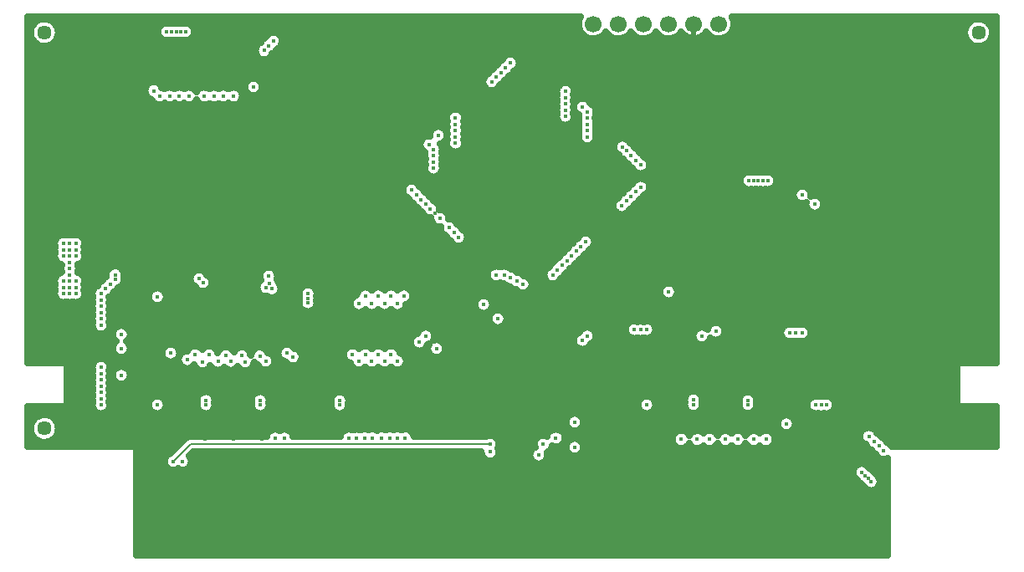
<source format=gbr>
G04 DipTrace 4.0.0.4*
G04 2 - Inner 1.gbr*
%MOIN*%
G04 #@! TF.FileFunction,Copper,L2,Inr*
G04 #@! TF.Part,Single*
%ADD25C,0.066929*%
%ADD36C,0.057165*%
G04 #@! TA.AperFunction,Conductor*
%ADD15C,0.007874*%
G04 #@! TA.AperFunction,CopperBalancing*
%ADD17C,0.019685*%
%ADD19C,0.025*%
G04 #@! TA.AperFunction,ViaPad*
%ADD39C,0.017717*%
%FSLAX26Y26*%
G04*
G70*
G90*
G75*
G01*
G04 Inner1_Plane*
%LPD*%
X1012450Y806199D2*
D15*
X1081202Y874951D1*
X2274951D1*
D39*
X2274950Y843701D3*
X1143667Y1031201D3*
X724950D3*
X1360202D3*
X1143667D3*
X1676050D3*
X1360202D3*
X3615453D3*
X3301969Y1033219D3*
X2899950Y1031201D3*
X949951D3*
X724950D3*
X3085433Y1032907D3*
X3615453Y1031201D3*
X2487462Y874940D3*
X2612450Y862451D3*
Y962451D3*
X1406201Y1493701D3*
X935157Y2283631D3*
X1465576Y1237450D3*
X1099950Y1231176D3*
X1068701Y1211678D3*
X1049950Y806201D3*
X1003076Y1237451D3*
X1393701Y1543701D3*
X1332579Y2298572D3*
X1418701Y899950D3*
X1456201D3*
X1381201Y1206201D3*
X1357882Y1226673D3*
X1299951Y1203076D3*
X1286444Y1227991D3*
X1242092Y1204592D3*
X1222407Y1228618D3*
X1191228Y1204060D3*
X1156201Y1231175D3*
X1129890Y1203533D3*
X1253839Y2263030D3*
X1937450Y899950D3*
X1212450Y2262450D3*
X1906201Y899951D3*
X1175098Y2262451D3*
X1874950Y899950D3*
X1137450Y2262451D3*
X1843701Y899950D3*
X1074950Y2262450D3*
X1806201Y899950D3*
X1037449Y2263304D3*
X1774950Y899950D3*
X998073Y2262916D3*
X1743701Y899950D3*
X958563Y2263353D3*
X1712450Y899950D3*
X2018701Y1306201D3*
X2249950Y1431201D3*
X2381201Y1524950D3*
X2406201Y1512451D3*
X806201Y1312451D3*
Y1256201D3*
X1012450Y806199D3*
X2274951Y874951D3*
X2537450Y899950D3*
D3*
X2987008Y1481644D3*
X2643701Y2218701D3*
X2468701Y831201D3*
X3212451Y893701D3*
X3174950Y1324951D3*
X2662451Y1306201D3*
X3262451Y893701D3*
X3118701Y1306201D3*
X2643701Y1287451D3*
X3324950Y893701D3*
X3456201Y956201D3*
X3374950Y893701D3*
X3518701Y1868701D3*
X3568701Y1831201D3*
X3037451Y893701D3*
X3099950D3*
X3149950D3*
X3843701Y849950D3*
X3824950Y868701D3*
X3804471Y885490D3*
X3784201Y906201D3*
X2061861Y1255610D3*
X2068999Y2106201D3*
X1993701Y1281201D3*
X2306202Y1374950D3*
X806201Y1149950D3*
X2331201Y1549951D3*
X2356201Y1537451D3*
X949950Y1331201D3*
X1931955Y1465651D3*
X1906365Y1434400D3*
X1880774Y1465651D3*
X1855184Y1434400D3*
X1829593Y1465651D3*
X1804003Y1434400D3*
X1778412Y1465651D3*
X1752822Y1434400D3*
X1068701Y1487451D3*
X1085139Y1174701D3*
X1727231Y1231054D3*
X1752822Y1206054D3*
X1778412Y1231054D3*
X1804003Y1206054D3*
X1829593Y1231054D3*
X1855184Y1206054D3*
X1880774Y1231054D3*
X1906365Y1206054D3*
X962451Y2468701D3*
X1203037Y1174776D3*
X1300617Y1170908D3*
X1468701Y1174951D3*
X1199950Y2518701D3*
X1299950D3*
X1562451Y1218701D3*
X1543701Y1337450D3*
X1643701Y2318701D3*
X1756201D3*
X1862451D3*
X949951Y1462450D3*
X1549951Y1474951D3*
X1115576Y1534325D3*
X599950Y1649951D3*
X2106201Y2468701D3*
X1687451Y2174950D3*
X2012451Y2049950D3*
X2168701Y2206201D3*
X2262451Y2299950D3*
X2031201Y2068701D3*
X2137451Y2174950D3*
X2281201Y2318701D3*
X2556201Y2299950D3*
X2574950Y2281201D3*
X2662451Y2199950D3*
X2687451Y2174950D3*
X2782769Y2080348D3*
X2803076Y2059325D3*
X3031201Y1924950D3*
X2799950Y1824950D3*
X2781201Y1806201D3*
X2687451Y1712451D3*
X2656201Y1681201D3*
X2524950Y1549950D3*
X2499950Y1524950D3*
X2299950Y1549950D3*
X2274950Y1574950D3*
X2181201Y1668701D3*
X2149951Y1699950D3*
X2056201Y1793701D3*
X2037451Y1812451D3*
X2224951Y1353428D3*
X3306201Y1924950D3*
X2899950Y1331201D3*
X3518701Y1318701D3*
X3649950Y1987451D3*
X4056201Y2037451D3*
X2687451Y1374950D3*
X2824950Y1512451D3*
X2899950Y1468701D3*
X2956201Y1649951D3*
X2112451Y1212451D3*
X2037451Y1468701D3*
X1887451Y1643701D3*
X1718701Y1943701D3*
Y1806201D3*
X1799950Y2006201D3*
X1856201Y1918701D3*
X3774950Y1693701D3*
X3418701Y1481201D3*
X3606201Y1593701D3*
X3456201Y824950D3*
X2362451Y799950D3*
X787450Y874951D3*
X2412451Y799950D3*
Y974951D3*
X3668701Y1312450D3*
X618701Y943701D3*
X2462451Y799950D3*
X906202Y912451D3*
X3853076Y709325D3*
X2412451Y949951D3*
X706201Y943701D3*
X2412451Y924950D3*
X618701Y1093701D3*
X2412451Y899950D3*
X943701Y949951D3*
X2412451Y874950D3*
X456201Y1196826D3*
X2412451Y849950D3*
X456201Y1384326D3*
X2412451Y824950D3*
X449951Y1584326D3*
X599950Y1624951D3*
X456201Y1784326D3*
X943701Y874951D3*
X599950Y1599951D3*
X456201Y1984326D3*
X906202Y987451D3*
X599950Y1574951D3*
X456201Y2184326D3*
X599950Y1549951D3*
X981201Y987451D3*
X599950Y1524951D3*
X456201Y2384326D3*
X599950Y1499950D3*
X981201Y912451D3*
X599950Y1674950D3*
X456201Y2571826D3*
X724950Y1474950D3*
X981201Y837450D3*
X724950Y1449950D3*
X643701Y2581201D3*
X724950Y1424950D3*
X843701Y2581201D3*
X868701Y949951D3*
X724950Y1399950D3*
X643701Y2393701D3*
X724950Y1374950D3*
X643701Y2193701D3*
X831201Y987451D3*
X724950Y1349951D3*
X774950Y1224950D3*
X781201Y1549951D3*
X743701Y1493701D3*
X762451Y1512451D3*
X781201Y1531201D3*
X687451Y1306201D3*
X1043701Y1506201D3*
X1424950Y1762451D3*
X1599950Y1956201D3*
Y1918701D3*
X1649951Y1956201D3*
Y1912451D3*
Y1868701D3*
X1718701D3*
X1787451Y1862451D3*
Y1937451D3*
X1037450Y2468701D3*
X1199950Y2456201D3*
X1062451Y2518701D3*
X2018701Y1831201D3*
X1999950Y1849950D3*
X1243701Y2456201D3*
X1374951Y2443701D3*
X1393701Y2462451D3*
X1412451Y2481201D3*
X1043701Y2518701D3*
X1024950D3*
X1724950Y2174950D3*
X1699950Y2318701D3*
X1812451D3*
X1981201Y1868701D3*
X1962451Y1887451D3*
X2131201Y1718701D3*
X2112451Y1737451D3*
X2074951Y1774950D3*
X2543701Y1568701D3*
X2562451Y1587451D3*
X2581201Y1606201D3*
X2599950Y1624951D3*
X2618701Y1643701D3*
X2637451Y1662451D3*
X2818701Y1843701D3*
X2837451Y1862451D3*
X2856201Y1881201D3*
X2874950Y1899950D3*
X2799950Y1824950D3*
X2818701Y2043701D3*
X2837451Y2024950D3*
X2856201Y2006201D3*
X2874950Y1987451D3*
X2662451Y2174950D3*
Y2149951D3*
Y2124951D3*
Y2099951D3*
X2574951Y2256199D3*
Y2231201D3*
Y2206201D3*
Y2181201D3*
X2299950Y2337451D3*
X2318701Y2356201D3*
X2337450Y2374951D3*
X2356201Y2393701D3*
X2049950Y2049949D3*
Y2024950D3*
Y1999950D3*
Y1974950D3*
X3324950Y1924950D3*
X3343701D3*
X3362451D3*
X3381201D3*
X3681199Y2018701D3*
X3618701Y1956201D3*
X3587451Y1924950D3*
X3649948Y1924953D3*
X3681197Y1956201D3*
X3618698Y1893701D3*
X3587451Y1862450D3*
X3649950Y1862451D3*
X3681201Y1893701D3*
X4124950Y1974950D3*
X4187450Y1912451D3*
X3306201Y2043701D3*
X3331201Y1874950D3*
X3387451Y1718701D3*
X3493701Y1831201D3*
X3406201Y1943701D3*
X3199950Y2112451D3*
X3418701Y2043701D3*
X3531201D3*
X3637451D3*
X3531201Y1931201D3*
X3793701Y724950D3*
X3474950Y1987451D3*
X3581201D3*
X3337450Y837451D3*
X3493701Y1318701D3*
X3468701D3*
X2874950Y1331201D3*
X2849950D3*
X3224950Y1724950D3*
X3168701Y1668701D3*
X3112451Y1612451D3*
X3056201Y1556201D3*
X2974950D3*
X3031201Y1612451D3*
X3081201Y1668701D3*
X2893701Y1543701D3*
X2843701Y1681201D3*
X2787451Y1624951D3*
X2649951Y1493701D3*
X2712451Y1556201D3*
X2768701Y1331201D3*
X2924950Y1574950D3*
X2768701Y1418701D3*
X2574950D3*
X3093701Y1968701D3*
Y1881201D3*
X2968701Y1943701D3*
X2899950D3*
X3024950Y1993701D3*
Y1881201D3*
X3012451Y2181201D3*
X3199950D3*
X3106201D3*
X1499950Y899950D3*
X1568701D3*
X1631201D3*
X1687451Y924950D3*
X1499950Y974950D3*
X1568701D3*
X1631201D3*
X1687451Y993701D3*
X1512451Y1074950D3*
X1562451D3*
Y1137451D3*
X1490576Y1221825D3*
X2174950Y1074950D3*
X2237450D3*
X2112451Y1137451D3*
X2012451D3*
X1949950Y1074950D3*
X2012451D3*
Y1199950D3*
Y1256201D3*
X1987451Y1362451D3*
Y1412451D3*
Y1456201D3*
Y1506201D3*
X2037451Y1418701D3*
Y1374950D3*
X1968701Y981201D3*
X1974950Y906201D3*
X2199951Y849951D3*
X2143699Y849950D3*
X2087451D3*
Y793701D3*
X2031201Y849950D3*
Y906201D3*
X2087451D3*
X2143702D3*
X2199951D3*
X2256201D3*
X2143702Y793701D3*
Y731201D3*
X2199951Y793701D3*
X2187451Y731201D3*
X2249950Y993701D3*
X2362451Y706201D3*
X2462451D3*
X2499950Y831201D3*
X2549950Y774950D3*
X2540576Y859325D3*
X2574950Y968701D3*
Y918701D3*
X1662451Y1218701D3*
X1293701Y2287451D3*
Y2249951D3*
X1324951Y2268701D3*
X3024950Y1343701D3*
X2968701D3*
X3143701D3*
X3237451D3*
X3356201D3*
X3418701D3*
X2968701Y1149950D3*
X3024950D3*
X3143701D3*
X3243701D3*
X3356201D3*
X3410403Y1150678D3*
X3899951Y1443701D3*
X3883774Y1199483D3*
X456201Y865575D3*
Y1003076D3*
X618699Y1012451D3*
Y1168701D3*
X618701Y874950D3*
X543701Y2093701D3*
Y2293701D3*
Y2493701D3*
X743701D3*
X543701Y1518701D3*
Y1293701D3*
X4281201Y2568701D3*
X4243701Y2343701D3*
Y2143701D3*
Y1943701D3*
Y1743701D3*
Y1543701D3*
Y1393701D3*
Y1193701D3*
X4043701D3*
Y993701D3*
X4243701D3*
X4143701Y893701D3*
X3943701Y1093701D3*
X4143701Y1293701D3*
Y1593701D3*
X4043701Y1493701D3*
X3943701Y1393701D3*
Y1537451D3*
X3793701Y1293701D3*
X3493701Y1243701D3*
X3393701D3*
X3293701Y1193701D3*
X3093701D3*
X2893701D3*
X2693701D3*
X2493701D3*
X2393701Y1293701D3*
X2593701Y1093701D3*
X2793701D3*
X2693701Y993701D3*
X2893701D3*
X4143701Y2443701D3*
X4043701Y2543701D3*
X3843701D3*
X3643701D3*
X3443701D3*
X3243701D3*
X3943701Y2443701D3*
X3743701D3*
X3543701D3*
X3343701D3*
X3143701D3*
X2943701D3*
X3043701Y2343701D3*
X3243701D3*
X3443701D3*
X3643701D3*
X3843701D3*
X4043701D3*
X3943701Y2243701D3*
X4143701D3*
X3743701D3*
X3543701D3*
X3343701D3*
X4043701Y2143701D3*
X4143701Y2043701D3*
X3843701Y2143701D3*
X3643701D3*
X3443701D3*
X743701Y2293701D3*
Y2093701D3*
X843701Y2193701D3*
Y1993701D3*
X743701Y1893701D3*
X3343701Y743701D3*
X3393701Y843701D3*
X2393701Y2343701D3*
X2293701Y2243701D3*
X2193701Y2143701D3*
X2293701Y2043701D3*
X2393701Y1943701D3*
Y2143701D3*
X2493701Y2243701D3*
X2193701Y1943701D3*
X2293701Y1843701D3*
X2493701Y2043701D3*
X2137451Y2149951D3*
Y2124951D3*
Y2099951D3*
X2593701Y2143701D3*
X2693701Y2043701D3*
X2593701Y1943701D3*
X2493701Y1843701D3*
X2393701Y1743701D3*
X2493701Y1643701D3*
X2593701Y1743701D3*
X2693701Y1843701D3*
X2793701Y1943701D3*
X2193701Y2043701D3*
X2293701Y2143701D3*
X2393701Y2243701D3*
X2493701Y2143701D3*
X2393701Y2043701D3*
X2293701Y1943701D3*
X2393701Y1843701D3*
X2493701Y1943701D3*
X2593701Y2043701D3*
X2693701Y1943701D3*
X2593701Y1843701D3*
X2493701Y1743701D3*
X2393701Y1643701D3*
X2293701Y1743701D3*
X2193701Y1843701D3*
X2068701Y1937451D3*
X2443701Y1493701D3*
X2493701Y1543701D3*
X2137451Y2074951D3*
Y2174950D3*
X1406201Y2412450D3*
X1399951Y2343701D3*
X1437451Y2468701D3*
X1462450Y2412450D3*
X724950Y1056201D3*
X1506201Y2468701D3*
X724950Y1081201D3*
Y1106201D3*
Y1131201D3*
Y1156201D3*
Y1181201D3*
X1143701Y1049950D3*
X1359941Y1049623D3*
X1676354Y1048314D3*
X3085344Y1050559D3*
X3301756Y1047865D3*
X3594298Y1030560D3*
X3573911Y1030735D3*
X3943701Y893701D3*
X4043701Y1393701D3*
X1956201Y1437451D3*
X1987451Y1549950D3*
X2412450Y2581201D3*
X2218701D3*
X2593701D3*
X2412451Y2493701D3*
X2299951Y2531201D3*
X2487451Y2549950D3*
X774950Y1449950D3*
Y1374950D3*
Y1312451D3*
X868701Y1199950D3*
X968701D3*
X774950Y1074950D3*
X868701D3*
X2587451Y2456201D3*
X2693701Y2418701D3*
X2824950D3*
X2718701Y2324950D3*
X2787451Y2249950D3*
X2818701Y2212451D3*
X2912451Y2343701D3*
X2637451Y2393701D3*
X843701Y1518701D3*
X924950D3*
X1140576Y956201D3*
X1253076D3*
X1365576D3*
X1140576Y818701D3*
X1203076Y753076D3*
X1159325Y709325D3*
X1034325Y771825D3*
X1074950Y706201D3*
X981201Y724950D3*
X1018701Y949951D3*
X1253076Y893701D3*
X1140576D3*
X1365576D3*
X1362450Y709325D3*
X1262451D3*
X1462451D3*
X1562451Y706201D3*
X1662451D3*
X1762451D3*
X1862451D3*
X1962451D3*
X2062451D3*
X2262451D3*
X2562451D3*
X2662451D3*
X2762451D3*
X2862451D3*
X2962451D3*
X3062451D3*
X3162451D3*
X3262451D3*
X3362451D3*
X3462451D3*
X3562451D3*
X3662451D3*
X3756201Y762451D3*
X2162451Y706201D3*
X1421825Y743701D3*
X1521825Y759325D3*
X1615576Y774950D3*
X1693701Y787451D3*
X1753076Y818701D3*
X1859325Y831201D3*
X1924950Y853076D3*
X2359325Y896825D3*
X2296825Y803076D3*
X2587451Y746825D3*
X2774951Y884325D3*
X2706201D3*
X2653076Y831201D3*
X2693701Y771825D3*
X2831201Y874950D3*
X2743701Y781201D3*
X2934325Y874950D3*
X2884325D3*
X2849950Y787451D3*
X2787451Y831201D3*
X2962450D3*
X3040576D3*
X3431201Y915576D3*
X3562451D3*
X3478076Y1103076D3*
X3587451Y1243701D3*
X3478076Y993701D3*
X3571825Y828076D3*
X3790576Y793701D3*
X3762451Y837451D3*
Y881201D3*
X2590576Y806201D3*
X3768701Y749950D3*
X3781201Y737451D3*
X1006201Y2518701D3*
X987451D3*
X3853076Y759325D3*
Y812451D3*
X1549950Y1509325D3*
X1499950Y1443701D3*
X1109325Y1349951D3*
X1440576Y1353076D3*
Y1328076D3*
X1084325D3*
X1131201Y1518701D3*
X1396825Y1515576D3*
X1381201Y1499950D3*
X1549950Y1456201D3*
Y1437451D3*
X3081201Y962451D3*
X3193701D3*
X3306201D3*
X574950Y1674950D3*
X624950D3*
X574950Y1649951D3*
X624950D3*
Y1624951D3*
X574950D3*
Y1524951D3*
X624950D3*
Y1499950D3*
X574950D3*
Y1474950D3*
X599950D3*
X624950D3*
X731201Y1531201D3*
X634325Y1424950D3*
X690576Y1631201D3*
X4006201Y1740576D3*
X3587451Y1737451D3*
X3368701Y1521825D3*
X2359326Y993701D3*
X434694Y2554757D2*
D19*
X459550D1*
X540337D2*
X2625752D1*
X3249145D2*
X4181440D1*
X4262227D2*
X4289720D1*
X555050Y2529888D2*
X952024D1*
X1097888D2*
X2629054D1*
X3245843D2*
X4166727D1*
X4276921D2*
X4289720D1*
X555929Y2505020D2*
X952975D1*
X1096937D2*
X1384608D1*
X1440295D2*
X2646117D1*
X2728788D2*
X2746108D1*
X2828797D2*
X2846117D1*
X2928788D2*
X2946108D1*
X3028780D2*
X3046118D1*
X3128789D2*
X3146109D1*
X3228780D2*
X4165848D1*
X434694Y2480151D2*
X456015D1*
X543872D2*
X1361265D1*
X1449714D2*
X4177905D1*
X4265762D2*
X4289720D1*
X434694Y2455282D2*
X1339645D1*
X1438141D2*
X4289720D1*
X434694Y2430413D2*
X1340309D1*
X1409739D2*
X4289720D1*
X434694Y2405545D2*
X2318404D1*
X2391405D2*
X4289720D1*
X434694Y2380676D2*
X2291491D1*
X2390956D2*
X4289720D1*
X434694Y2355807D2*
X2267897D1*
X2368995D2*
X4289720D1*
X434694Y2330938D2*
X1317343D1*
X1347821D2*
X2246134D1*
X2345114D2*
X4289720D1*
X434694Y2306070D2*
X906075D1*
X964237D2*
X1296118D1*
X1369046D2*
X2246295D1*
X2317448D2*
X2548135D1*
X2601776D2*
X4289720D1*
X434694Y2281201D2*
X897965D1*
X1285993D2*
X1299939D1*
X1365207D2*
X2537675D1*
X2612236D2*
X4289720D1*
X434694Y2256332D2*
X911098D1*
X1290478D2*
X2537675D1*
X2612236D2*
X4289720D1*
X434694Y2231463D2*
X942174D1*
X1093259D2*
X1119155D1*
X1270939D2*
X2537675D1*
X2679680D2*
X4289720D1*
X434694Y2206594D2*
X2120503D1*
X2154390D2*
X2537675D1*
X2699094D2*
X4289720D1*
X434694Y2181726D2*
X2100839D1*
X2174072D2*
X2537675D1*
X2612236D2*
X2625842D1*
X2699076D2*
X4289720D1*
X434694Y2156857D2*
X2100856D1*
X2174036D2*
X2547615D1*
X2602296D2*
X2625860D1*
X2699040D2*
X4289720D1*
X434694Y2131988D2*
X2043155D1*
X2174018D2*
X2625896D1*
X2699022D2*
X4289720D1*
X434694Y2107119D2*
X2031726D1*
X2173983D2*
X2625914D1*
X2698986D2*
X4289720D1*
X434694Y2082251D2*
X1996667D1*
X2173965D2*
X2630005D1*
X2694895D2*
X2774421D1*
X2831740D2*
X4289720D1*
X434694Y2057382D2*
X1995805D1*
X2086425D2*
X2104929D1*
X2169964D2*
X2765844D1*
X2853181D2*
X4289720D1*
X434694Y2032513D2*
X2013496D1*
X2086407D2*
X2778422D1*
X2881457D2*
X4289720D1*
X434694Y2007644D2*
X2013532D1*
X2086371D2*
X2804779D1*
X2905769D2*
X4289720D1*
X434694Y1982776D2*
X2013550D1*
X2086335D2*
X2827996D1*
X2911923D2*
X4289720D1*
X434694Y1957907D2*
X2017121D1*
X2082765D2*
X2854101D1*
X2895811D2*
X3292570D1*
X3394816D2*
X4289720D1*
X434694Y1933038D2*
X2861727D1*
X2888186D2*
X3269874D1*
X3417531D2*
X4289720D1*
X434694Y1908169D2*
X1932003D1*
X1992893D2*
X2831728D1*
X2911241D2*
X3273229D1*
X3414176D2*
X4289720D1*
X434694Y1883301D2*
X1925419D1*
X2015267D2*
X2807111D1*
X2907994D2*
X3484622D1*
X3552779D2*
X4289720D1*
X434694Y1858432D2*
X1940777D1*
X2042844D2*
X2784683D1*
X2884992D2*
X3482972D1*
X3592843D2*
X4289720D1*
X434694Y1833563D2*
X1966775D1*
X2067604D2*
X2763745D1*
X2859317D2*
X3531505D1*
X3605905D2*
X4289720D1*
X434694Y1808694D2*
X1989687D1*
X2085887D2*
X2766705D1*
X2833193D2*
X3539687D1*
X3597724D2*
X4289720D1*
X434694Y1783825D2*
X2015183D1*
X2111078D2*
X4289720D1*
X434694Y1758957D2*
X2041558D1*
X2142297D2*
X4289720D1*
X434694Y1734088D2*
X2075325D1*
X2164904D2*
X4289720D1*
X434694Y1709219D2*
X566485D1*
X633403D2*
X2089625D1*
X2185986D2*
X2633091D1*
X2679322D2*
X4289720D1*
X434694Y1684350D2*
X538961D1*
X660944D2*
X2116358D1*
X2183546D2*
X2607918D1*
X2693334D2*
X4289720D1*
X434694Y1659482D2*
X538997D1*
X660908D2*
X2585203D1*
X2685870D2*
X4289720D1*
X434694Y1634613D2*
X539033D1*
X660872D2*
X2558631D1*
X2660805D2*
X4289720D1*
X434694Y1609744D2*
X541168D1*
X658737D2*
X2533243D1*
X2633731D2*
X4289720D1*
X434694Y1584875D2*
X564116D1*
X635789D2*
X2510403D1*
X2611178D2*
X4289720D1*
X434694Y1560007D2*
X564152D1*
X635753D2*
X745403D1*
X817004D2*
X1089622D1*
X1141541D2*
X1360476D1*
X1426928D2*
X2264147D1*
X2385179D2*
X2489159D1*
X2586328D2*
X4289720D1*
X434694Y1535138D2*
X539195D1*
X660711D2*
X733579D1*
X818260D2*
X1078301D1*
X1164363D2*
X1357480D1*
X1429906D2*
X2265978D1*
X2435076D2*
X2490971D1*
X2558930D2*
X4289720D1*
X434694Y1510269D2*
X539230D1*
X660675D2*
X710613D1*
X811478D2*
X1087954D1*
X1167449D2*
X1345476D1*
X1439290D2*
X2332004D1*
X2443419D2*
X2964750D1*
X3009277D2*
X4289720D1*
X434694Y1485400D2*
X539266D1*
X660621D2*
X689280D1*
X786826D2*
X921307D1*
X978591D2*
X1118652D1*
X1143748D2*
X1347109D1*
X1442483D2*
X1514276D1*
X1585625D2*
X1747272D1*
X1963091D2*
X2381830D1*
X2430572D2*
X2949930D1*
X3024097D2*
X4289720D1*
X434694Y1460531D2*
X540791D1*
X659096D2*
X689316D1*
X760576D2*
X912713D1*
X987185D2*
X1393220D1*
X1419177D2*
X1512930D1*
X1586971D2*
X1727356D1*
X1968869D2*
X2228748D1*
X2271139D2*
X2956874D1*
X3017153D2*
X4289720D1*
X434694Y1435663D2*
X689352D1*
X760540D2*
X925255D1*
X974643D2*
X1512715D1*
X1587186D2*
X1715568D1*
X1952075D2*
X2212959D1*
X2286946D2*
X4289720D1*
X434694Y1410794D2*
X689406D1*
X760504D2*
X1525113D1*
X1574788D2*
X1724772D1*
X1934420D2*
X2219274D1*
X2280612D2*
X4289720D1*
X434694Y1385925D2*
X689442D1*
X760451D2*
X2270696D1*
X2341705D2*
X4289720D1*
X434694Y1361056D2*
X689496D1*
X760415D2*
X2271809D1*
X2340593D2*
X2829610D1*
X2920302D2*
X4289720D1*
X434694Y1336188D2*
X690500D1*
X759392D2*
X778273D1*
X834121D2*
X1998569D1*
X2038825D2*
X2642331D1*
X2682569D2*
X2813032D1*
X2936880D2*
X3098580D1*
X3210372D2*
X3436125D1*
X3551271D2*
X4289720D1*
X434694Y1311319D2*
X768943D1*
X843469D2*
X1973808D1*
X2055601D2*
X2615902D1*
X2699363D2*
X2818917D1*
X2930995D2*
X3081805D1*
X3209457D2*
X3432214D1*
X3555201D2*
X4289720D1*
X434694Y1286450D2*
X780588D1*
X831806D2*
X1956817D1*
X2080450D2*
X2606429D1*
X2693586D2*
X3087564D1*
X3149835D2*
X3453170D1*
X3534226D2*
X4289720D1*
X434694Y1261581D2*
X769338D1*
X843074D2*
X975528D1*
X1030623D2*
X1080561D1*
X1119346D2*
X1136810D1*
X1175595D2*
X1208794D1*
X1236006D2*
X1274910D1*
X1297978D2*
X1438022D1*
X1493134D2*
X1708050D1*
X1746405D2*
X1759239D1*
X1797575D2*
X1810428D1*
X1848764D2*
X1861599D1*
X1899953D2*
X1962487D1*
X2098626D2*
X2617948D1*
X2669453D2*
X4289720D1*
X434694Y1236713D2*
X774882D1*
X837512D2*
X965804D1*
X1400409D2*
X1428297D1*
X1524515D2*
X1690413D1*
X1925287D2*
X2030165D1*
X2093566D2*
X4289720D1*
X434694Y1211844D2*
X705984D1*
X743908D2*
X977036D1*
X1418028D2*
X1439529D1*
X1526399D2*
X1695742D1*
X1943158D2*
X4289720D1*
X592172Y1186975D2*
X688150D1*
X761742D2*
X1041717D1*
X1333288D2*
X1349711D1*
X1412682D2*
X1721238D1*
X1937954D2*
X4132242D1*
X592172Y1162106D2*
X688168D1*
X841298D2*
X4132242D1*
X592172Y1137238D2*
X688186D1*
X841082D2*
X4132242D1*
X592172Y1112369D2*
X688222D1*
X761689D2*
X4132242D1*
X592172Y1087500D2*
X688240D1*
X761653D2*
X4132242D1*
X592172Y1062631D2*
X688258D1*
X761635D2*
X932557D1*
X967359D2*
X1108820D1*
X1178591D2*
X1325184D1*
X1394704D2*
X1642149D1*
X1710556D2*
X2882558D1*
X2917341D2*
X3050226D1*
X3120464D2*
X3267756D1*
X3335751D2*
X3557539D1*
X3632854D2*
X4132242D1*
X592172Y1037762D2*
X688293D1*
X761617D2*
X913287D1*
X986611D2*
X1107008D1*
X1180332D2*
X1323551D1*
X1396857D2*
X1639386D1*
X1712709D2*
X2863288D1*
X2936611D2*
X3048486D1*
X3122384D2*
X3264975D1*
X3338963D2*
X3537336D1*
X3652106D2*
X4132242D1*
X434694Y1012894D2*
X692869D1*
X757024D2*
X917880D1*
X982036D2*
X1111583D1*
X1175738D2*
X1328126D1*
X1392281D2*
X1643979D1*
X1708134D2*
X2867881D1*
X2932018D2*
X3054479D1*
X3116391D2*
X3271237D1*
X3332701D2*
X3541553D1*
X3647531D2*
X4289720D1*
X434694Y988025D2*
X477115D1*
X522790D2*
X2586369D1*
X2638521D2*
X3439660D1*
X3472739D2*
X4289720D1*
X434694Y963156D2*
X449376D1*
X550510D2*
X2575174D1*
X2649735D2*
X3419618D1*
X3492780D2*
X4289720D1*
X556951Y938287D2*
X2584934D1*
X2639975D2*
X3423888D1*
X3488510D2*
X3768269D1*
X3800128D2*
X4289720D1*
X434694Y913419D2*
X448533D1*
X551371D2*
X1384124D1*
X1490766D2*
X1677872D1*
X1972026D2*
X2502885D1*
X2572028D2*
X3006304D1*
X3406102D2*
X3747671D1*
X3827705D2*
X4289720D1*
X434694Y888550D2*
X473365D1*
X526522D2*
X1050078D1*
X2309463D2*
X2452952D1*
X2572817D2*
X2586962D1*
X2637947D2*
X3000545D1*
X3411843D2*
X3751726D1*
X3856018D2*
X4289720D1*
X867762Y863681D2*
X1025192D1*
X2310360D2*
X2452055D1*
X2522867D2*
X2575192D1*
X2649717D2*
X3017374D1*
X3057523D2*
X3079885D1*
X3170020D2*
X3192382D1*
X3282517D2*
X3304879D1*
X3395014D2*
X3774872D1*
X867762Y838812D2*
X997848D1*
X1089796D2*
X2238006D1*
X2311886D2*
X2432265D1*
X2505140D2*
X2584432D1*
X2640459D2*
X3804656D1*
X867762Y813944D2*
X976031D1*
X1086369D2*
X2254441D1*
X2295468D2*
X2435997D1*
X2501408D2*
X3856652D1*
X867762Y789075D2*
X979673D1*
X1082727D2*
X3731308D1*
X3781092D2*
X3856652D1*
X867762Y764206D2*
X3718964D1*
X3805924D2*
X3856652D1*
X867762Y739337D2*
X3727702D1*
X3827867D2*
X3856652D1*
X867762Y714469D2*
X3752588D1*
X3829374D2*
X3856652D1*
X867762Y689600D2*
X3856652D1*
X867762Y664731D2*
X3856652D1*
X867762Y639862D2*
X3856652D1*
X867762Y614993D2*
X3856652D1*
X867762Y590125D2*
X3856652D1*
X867762Y565256D2*
X3856652D1*
X867762Y540387D2*
X3856652D1*
X867762Y515518D2*
X3856652D1*
X867762Y490650D2*
X3856652D1*
X867762Y465781D2*
X3856652D1*
X867762Y440912D2*
X3856652D1*
X1940831Y1432015D2*
X1939942Y1425320D1*
X1936448Y1416939D1*
X1930904Y1409748D1*
X1923687Y1404237D1*
X1915290Y1400781D1*
X1906285Y1399617D1*
X1897285Y1400823D1*
X1888904Y1404317D1*
X1881713Y1409861D1*
X1880878Y1410954D1*
X1880659Y1410963D1*
X1879723Y1409748D1*
X1872506Y1404237D1*
X1864109Y1400781D1*
X1855104Y1399617D1*
X1846104Y1400823D1*
X1837723Y1404317D1*
X1830532Y1409861D1*
X1829697Y1410954D1*
X1829478Y1410963D1*
X1828542Y1409748D1*
X1821325Y1404237D1*
X1812928Y1400781D1*
X1803923Y1399617D1*
X1794923Y1400823D1*
X1786542Y1404317D1*
X1779350Y1409861D1*
X1778516Y1410954D1*
X1778297Y1410963D1*
X1777360Y1409748D1*
X1770144Y1404237D1*
X1761747Y1400781D1*
X1752741Y1399617D1*
X1743742Y1400823D1*
X1735361Y1404317D1*
X1728169Y1409861D1*
X1722658Y1417078D1*
X1719203Y1425475D1*
X1718038Y1434480D1*
X1719244Y1443480D1*
X1722738Y1451861D1*
X1728283Y1459052D1*
X1735499Y1464564D1*
X1743936Y1468025D1*
X1744835Y1474731D1*
X1748329Y1483112D1*
X1753873Y1490303D1*
X1761090Y1495814D1*
X1769487Y1499270D1*
X1778492Y1500434D1*
X1787492Y1499228D1*
X1795873Y1495734D1*
X1803064Y1490190D1*
X1803898Y1489098D1*
X1804118Y1489088D1*
X1805054Y1490303D1*
X1812271Y1495814D1*
X1820668Y1499270D1*
X1829673Y1500434D1*
X1838673Y1499228D1*
X1847054Y1495734D1*
X1854245Y1490190D1*
X1855080Y1489098D1*
X1855299Y1489088D1*
X1856235Y1490303D1*
X1863452Y1495814D1*
X1871849Y1499270D1*
X1880854Y1500434D1*
X1889854Y1499228D1*
X1898235Y1495734D1*
X1905426Y1490190D1*
X1906261Y1489098D1*
X1906480Y1489088D1*
X1907416Y1490303D1*
X1914633Y1495814D1*
X1923030Y1499270D1*
X1932035Y1500434D1*
X1941035Y1499228D1*
X1949416Y1495734D1*
X1956608Y1490190D1*
X1962119Y1482973D1*
X1965574Y1474576D1*
X1966739Y1465651D1*
X1965533Y1456571D1*
X1962039Y1448190D1*
X1956494Y1440999D1*
X1949278Y1435488D1*
X1941069Y1432110D1*
X1855080Y1254500D2*
X1854245Y1255593D1*
X1847054Y1261137D1*
X1838673Y1264631D1*
X1829673Y1265837D1*
X1820668Y1264673D1*
X1812271Y1261217D1*
X1805054Y1255706D1*
X1804118Y1254491D1*
X1803898Y1254500D1*
X1803064Y1255593D1*
X1795873Y1261137D1*
X1787492Y1264631D1*
X1778492Y1265837D1*
X1769487Y1264673D1*
X1761090Y1261217D1*
X1753873Y1255706D1*
X1752936Y1254491D1*
X1752717Y1254500D1*
X1751883Y1255593D1*
X1744692Y1261137D1*
X1736311Y1264631D1*
X1727311Y1265837D1*
X1718306Y1264673D1*
X1709909Y1261217D1*
X1702692Y1255706D1*
X1697148Y1248515D1*
X1693654Y1240134D1*
X1692448Y1231134D1*
X1693612Y1222129D1*
X1697068Y1213731D1*
X1702579Y1206515D1*
X1709770Y1200971D1*
X1718151Y1197476D1*
X1719144Y1197343D1*
X1719203Y1197129D1*
X1722658Y1188731D1*
X1728169Y1181515D1*
X1735361Y1175971D1*
X1743742Y1172476D1*
X1752741Y1171270D1*
X1761747Y1172435D1*
X1770144Y1175890D1*
X1777360Y1181402D1*
X1778297Y1182617D1*
X1778516Y1182607D1*
X1779350Y1181515D1*
X1786542Y1175971D1*
X1794923Y1172476D1*
X1803923Y1171270D1*
X1812928Y1172435D1*
X1821325Y1175890D1*
X1828542Y1181402D1*
X1829478Y1182617D1*
X1829697Y1182607D1*
X1830532Y1181515D1*
X1837723Y1175971D1*
X1846104Y1172476D1*
X1855104Y1171270D1*
X1864109Y1172435D1*
X1872506Y1175890D1*
X1879723Y1181402D1*
X1880659Y1182617D1*
X1880878Y1182607D1*
X1881713Y1181515D1*
X1888904Y1175971D1*
X1897285Y1172476D1*
X1906285Y1171270D1*
X1915290Y1172435D1*
X1923687Y1175890D1*
X1930904Y1181402D1*
X1936448Y1188593D1*
X1939942Y1196974D1*
X1941148Y1206054D1*
X1939984Y1214979D1*
X1936528Y1223376D1*
X1931017Y1230593D1*
X1923826Y1236137D1*
X1915445Y1239631D1*
X1914452Y1239764D1*
X1914393Y1239979D1*
X1910938Y1248376D1*
X1905426Y1255593D1*
X1898235Y1261137D1*
X1889854Y1264631D1*
X1880854Y1265837D1*
X1871849Y1264673D1*
X1863452Y1261217D1*
X1856235Y1255706D1*
X1855299Y1254491D1*
X983529Y1453370D2*
X980035Y1444989D1*
X974490Y1437798D1*
X967274Y1432287D1*
X958877Y1428831D1*
X949871Y1427667D1*
X940872Y1428873D1*
X932490Y1432367D1*
X925299Y1437911D1*
X919788Y1445128D1*
X916333Y1453525D1*
X915168Y1462530D1*
X916374Y1471530D1*
X919868Y1479911D1*
X925412Y1487102D1*
X932629Y1492613D1*
X941026Y1496069D1*
X950032Y1497234D1*
X959031Y1496028D1*
X967412Y1492533D1*
X974604Y1486989D1*
X980115Y1479772D1*
X983570Y1471375D1*
X984735Y1462450D1*
X983529Y1453370D1*
X2556675Y1536426D2*
X2555033Y1532489D1*
X2549489Y1525298D1*
X2542272Y1519787D1*
X2533875Y1516331D1*
X2524870Y1515167D1*
X2515870Y1516373D1*
X2507489Y1519867D1*
X2500298Y1525411D1*
X2494787Y1532628D1*
X2491331Y1541025D1*
X2490167Y1550030D1*
X2491373Y1559030D1*
X2494867Y1567411D1*
X2500411Y1574602D1*
X2507628Y1580113D1*
X2511425Y1581676D1*
X2511976Y1582225D1*
X2513618Y1586162D1*
X2519162Y1593353D1*
X2526378Y1598864D1*
X2530175Y1600427D1*
X2530727Y1600976D1*
X2532368Y1604912D1*
X2537912Y1612104D1*
X2545129Y1617615D1*
X2548926Y1619177D1*
X2549476Y1619725D1*
X2551118Y1623662D1*
X2556662Y1630853D1*
X2563878Y1636364D1*
X2567675Y1637927D1*
X2568226Y1638476D1*
X2569867Y1642412D1*
X2575411Y1649604D1*
X2582628Y1655115D1*
X2586425Y1656677D1*
X2586976Y1657225D1*
X2588618Y1661162D1*
X2594162Y1668353D1*
X2601378Y1673864D1*
X2605175Y1675427D1*
X2605727Y1675976D1*
X2607368Y1679912D1*
X2612912Y1687104D1*
X2620129Y1692615D1*
X2623926Y1694177D1*
X2624476Y1694725D1*
X2626118Y1698662D1*
X2631662Y1705853D1*
X2638878Y1711364D1*
X2647276Y1714820D1*
X2656281Y1715984D1*
X2665281Y1714778D1*
X2673662Y1711284D1*
X2680853Y1705740D1*
X2686364Y1698523D1*
X2689820Y1690126D1*
X2690984Y1681201D1*
X2689778Y1672121D1*
X2686284Y1663740D1*
X2680740Y1656549D1*
X2673523Y1651037D1*
X2669726Y1649475D1*
X2669176Y1648927D1*
X2667535Y1644990D1*
X2661990Y1637799D1*
X2654774Y1632288D1*
X2650977Y1630726D1*
X2650425Y1630177D1*
X2648784Y1626240D1*
X2643240Y1619049D1*
X2636023Y1613537D1*
X2632226Y1611975D1*
X2631675Y1611427D1*
X2630033Y1607490D1*
X2624489Y1600299D1*
X2617272Y1594788D1*
X2613476Y1593226D1*
X2612925Y1592677D1*
X2611284Y1588740D1*
X2605740Y1581549D1*
X2598523Y1576037D1*
X2594726Y1574475D1*
X2594176Y1573927D1*
X2592535Y1569990D1*
X2586990Y1562799D1*
X2579774Y1557288D1*
X2575977Y1555726D1*
X2575425Y1555177D1*
X2573784Y1551240D1*
X2568240Y1544049D1*
X2561023Y1538537D1*
X2557226Y1536975D1*
X730727Y1525976D2*
X732368Y1529912D1*
X737912Y1537104D1*
X745129Y1542615D1*
X747040Y1543401D1*
X747277Y1543745D1*
X746450Y1548435D1*
X747242Y1557481D1*
X750348Y1566013D1*
X755556Y1573451D1*
X762512Y1579288D1*
X770742Y1583125D1*
X779684Y1584702D1*
X788730Y1583910D1*
X797263Y1580804D1*
X804701Y1575596D1*
X810537Y1568640D1*
X814375Y1560410D1*
X815951Y1551468D1*
X815984Y1549951D1*
X814778Y1540872D1*
X814679Y1540634D1*
X814675Y1540479D1*
X814820Y1540126D1*
X815984Y1531201D1*
X814778Y1522121D1*
X811284Y1513740D1*
X805740Y1506549D1*
X798523Y1501037D1*
X794726Y1499475D1*
X794176Y1498927D1*
X792535Y1494990D1*
X786990Y1487799D1*
X779774Y1482288D1*
X775977Y1480726D1*
X775425Y1480177D1*
X773784Y1476240D1*
X768240Y1469049D1*
X761023Y1463537D1*
X757538Y1462103D1*
X757398Y1461721D1*
X758569Y1458875D1*
X759734Y1449950D1*
X758528Y1440870D1*
X757262Y1437834D1*
X757256Y1437065D1*
X758569Y1433875D1*
X759734Y1424950D1*
X758528Y1415870D1*
X757262Y1412834D1*
X757256Y1412065D1*
X758569Y1408875D1*
X759734Y1399950D1*
X758528Y1390870D1*
X757262Y1387834D1*
X757256Y1387065D1*
X758569Y1383875D1*
X759734Y1374950D1*
X758528Y1365870D1*
X757262Y1362834D1*
X757256Y1362067D1*
X758569Y1358877D1*
X759734Y1349951D1*
X758528Y1340872D1*
X755033Y1332490D1*
X749489Y1325299D1*
X742272Y1319788D1*
X733875Y1316333D1*
X724870Y1315168D1*
X715870Y1316374D1*
X707489Y1319868D1*
X700298Y1325412D1*
X694787Y1332629D1*
X691331Y1341026D1*
X690167Y1350032D1*
X691373Y1359031D1*
X692639Y1362068D1*
X692644Y1362835D1*
X691331Y1366025D1*
X690167Y1375030D1*
X691373Y1384030D1*
X692639Y1387067D1*
X692644Y1387835D1*
X691331Y1391025D1*
X690167Y1400030D1*
X691373Y1409030D1*
X692639Y1412067D1*
X692644Y1412835D1*
X691331Y1416025D1*
X690167Y1425030D1*
X691373Y1434030D1*
X692639Y1437067D1*
X692644Y1437835D1*
X691331Y1441025D1*
X690167Y1450030D1*
X691373Y1459030D1*
X692639Y1462067D1*
X692644Y1462835D1*
X691331Y1466025D1*
X690167Y1475030D1*
X691373Y1484030D1*
X694867Y1492411D1*
X700411Y1499602D1*
X707628Y1505113D1*
X711425Y1506676D1*
X711976Y1507225D1*
X713618Y1511162D1*
X719162Y1518353D1*
X726378Y1523864D1*
X730175Y1525427D1*
X2162927Y1732226D2*
X2161364Y1736023D1*
X2155853Y1743240D1*
X2148662Y1748784D1*
X2144725Y1750425D1*
X2144177Y1750977D1*
X2142615Y1754774D1*
X2137104Y1761990D1*
X2129912Y1767535D1*
X2121531Y1771029D1*
X2112532Y1772235D1*
X2109603Y1771856D1*
X2109357Y1772104D1*
X2109735Y1774950D1*
X2108570Y1783875D1*
X2105115Y1792272D1*
X2099604Y1799489D1*
X2092412Y1805033D1*
X2084031Y1808528D1*
X2075032Y1809734D1*
X2072103Y1809355D1*
X2071854Y1809587D1*
X2072235Y1812451D1*
X2071070Y1821377D1*
X2067615Y1829774D1*
X2062104Y1836990D1*
X2054912Y1842535D1*
X2050976Y1844176D1*
X2050427Y1844726D1*
X2048864Y1848523D1*
X2043353Y1855740D1*
X2036162Y1861284D1*
X2032225Y1862925D1*
X2031676Y1863476D1*
X2030113Y1867272D1*
X2024602Y1874489D1*
X2017411Y1880033D1*
X2013474Y1881675D1*
X2012927Y1882226D1*
X2011364Y1886023D1*
X2005853Y1893240D1*
X1998662Y1898784D1*
X1994725Y1900425D1*
X1994177Y1900977D1*
X1992615Y1904774D1*
X1987104Y1911990D1*
X1979912Y1917535D1*
X1971531Y1921029D1*
X1962532Y1922235D1*
X1953526Y1921070D1*
X1945129Y1917615D1*
X1937912Y1912104D1*
X1932368Y1904912D1*
X1928874Y1896531D1*
X1927668Y1887532D1*
X1928833Y1878526D1*
X1932288Y1870129D1*
X1937799Y1862912D1*
X1944990Y1857368D1*
X1948927Y1855727D1*
X1949475Y1855175D1*
X1951037Y1851378D1*
X1956549Y1844162D1*
X1963740Y1838618D1*
X1967677Y1836976D1*
X1968224Y1836425D1*
X1969787Y1832628D1*
X1975298Y1825411D1*
X1982489Y1819867D1*
X1986426Y1818226D1*
X1986975Y1817675D1*
X1988537Y1813878D1*
X1994049Y1806662D1*
X2001240Y1801118D1*
X2005177Y1799476D1*
X2005726Y1798926D1*
X2007288Y1795129D1*
X2012799Y1787912D1*
X2019990Y1782368D1*
X2028372Y1778874D1*
X2037371Y1777668D1*
X2040300Y1778047D1*
X2040539Y1777799D1*
X2040168Y1775030D1*
X2041333Y1766025D1*
X2044788Y1757628D1*
X2050299Y1750411D1*
X2057490Y1744867D1*
X2065872Y1741373D1*
X2074871Y1740167D1*
X2077800Y1740545D1*
X2078039Y1740300D1*
X2077668Y1737532D1*
X2078833Y1728526D1*
X2082288Y1720129D1*
X2087799Y1712912D1*
X2094990Y1707368D1*
X2098927Y1705727D1*
X2099475Y1705175D1*
X2101037Y1701378D1*
X2106549Y1694162D1*
X2113740Y1688618D1*
X2117677Y1686976D1*
X2118226Y1686425D1*
X2119788Y1682628D1*
X2125299Y1675411D1*
X2132490Y1669867D1*
X2140872Y1666373D1*
X2149871Y1665167D1*
X2158877Y1666331D1*
X2167274Y1669787D1*
X2174490Y1675298D1*
X2180035Y1682489D1*
X2183529Y1690870D1*
X2184735Y1699950D1*
X2183570Y1708875D1*
X2180115Y1717272D1*
X2174604Y1724489D1*
X2167412Y1730033D1*
X2163476Y1731675D1*
X1425425Y2448927D2*
X1423784Y2444990D1*
X1418240Y2437799D1*
X1411023Y2432288D1*
X1407226Y2430726D1*
X1406676Y2430177D1*
X1405035Y2426240D1*
X1399490Y2419049D1*
X1392274Y2413537D1*
X1383877Y2410082D1*
X1374871Y2408917D1*
X1365872Y2410123D1*
X1357490Y2413618D1*
X1350299Y2419162D1*
X1344788Y2426378D1*
X1341333Y2434776D1*
X1340168Y2443781D1*
X1341374Y2452781D1*
X1344868Y2461162D1*
X1350412Y2468353D1*
X1357629Y2473864D1*
X1361426Y2475427D1*
X1361976Y2475976D1*
X1363618Y2479912D1*
X1369162Y2487104D1*
X1376378Y2492615D1*
X1380175Y2494177D1*
X1380727Y2494725D1*
X1382368Y2498662D1*
X1387912Y2505853D1*
X1395129Y2511364D1*
X1403526Y2514820D1*
X1412532Y2515984D1*
X1421531Y2514778D1*
X1429912Y2511284D1*
X1437104Y2505740D1*
X1442615Y2498523D1*
X1446070Y2490126D1*
X1447235Y2481201D1*
X1446029Y2472121D1*
X1442535Y2463740D1*
X1436990Y2456549D1*
X1429774Y2451037D1*
X1425977Y2449475D1*
X1034267Y2552179D2*
X1034030Y2552278D1*
X1025030Y2553484D1*
X1016025Y2552320D1*
X1015672Y2552175D1*
X1015518Y2552179D1*
X1015281Y2552278D1*
X1006281Y2553484D1*
X997276Y2552320D1*
X996923Y2552175D1*
X996769Y2552179D1*
X996531Y2552278D1*
X987532Y2553484D1*
X978526Y2552320D1*
X970129Y2548864D1*
X962912Y2543353D1*
X957368Y2536162D1*
X953874Y2527781D1*
X952668Y2518781D1*
X953833Y2509776D1*
X957288Y2501378D1*
X962799Y2494162D1*
X969990Y2488618D1*
X978372Y2485123D1*
X987371Y2483917D1*
X996377Y2485082D1*
X996729Y2485227D1*
X996883Y2485222D1*
X997121Y2485123D1*
X1006121Y2483917D1*
X1015126Y2485082D1*
X1015479Y2485227D1*
X1015633Y2485222D1*
X1015870Y2485123D1*
X1024870Y2483917D1*
X1033875Y2485082D1*
X1034228Y2485227D1*
X1034383Y2485222D1*
X1034621Y2485123D1*
X1043621Y2483917D1*
X1052626Y2485082D1*
X1052979Y2485227D1*
X1053134Y2485222D1*
X1053372Y2485123D1*
X1062371Y2483917D1*
X1071377Y2485082D1*
X1079774Y2488537D1*
X1086990Y2494049D1*
X1092535Y2501240D1*
X1096029Y2509621D1*
X1097235Y2518701D1*
X1096070Y2527626D1*
X1092615Y2536023D1*
X1087104Y2543240D1*
X1079912Y2548784D1*
X1071531Y2552278D1*
X1062532Y2553484D1*
X1053526Y2552320D1*
X1053174Y2552175D1*
X1053018Y2552179D1*
X1052781Y2552278D1*
X1043781Y2553484D1*
X1034776Y2552320D1*
X1034423Y2552175D1*
X2786976Y1857225D2*
X2788618Y1861162D1*
X2794162Y1868353D1*
X2801378Y1873864D1*
X2805175Y1875427D1*
X2805727Y1875976D1*
X2807368Y1879912D1*
X2812912Y1887104D1*
X2820129Y1892615D1*
X2823926Y1894177D1*
X2824476Y1894725D1*
X2826118Y1898662D1*
X2831662Y1905853D1*
X2838878Y1911364D1*
X2842675Y1912927D1*
X2843226Y1913474D1*
X2844867Y1917411D1*
X2850411Y1924602D1*
X2857628Y1930113D1*
X2866025Y1933569D1*
X2875030Y1934734D1*
X2884030Y1933528D1*
X2892411Y1930033D1*
X2899602Y1924489D1*
X2905113Y1917272D1*
X2908569Y1908875D1*
X2909734Y1899950D1*
X2908528Y1890870D1*
X2905033Y1882489D1*
X2899489Y1875298D1*
X2892272Y1869787D1*
X2888476Y1868224D1*
X2887925Y1867677D1*
X2886284Y1863740D1*
X2880740Y1856549D1*
X2873523Y1851037D1*
X2869726Y1849475D1*
X2869176Y1848927D1*
X2867535Y1844990D1*
X2861990Y1837799D1*
X2854774Y1832288D1*
X2850977Y1830726D1*
X2850425Y1830177D1*
X2848784Y1826240D1*
X2843240Y1819049D1*
X2836023Y1813537D1*
X2832226Y1811975D1*
X2831675Y1811426D1*
X2830033Y1807489D1*
X2824489Y1800298D1*
X2817272Y1794787D1*
X2808875Y1791331D1*
X2799870Y1790167D1*
X2790870Y1791373D1*
X2782489Y1794867D1*
X2775298Y1800411D1*
X2769787Y1807628D1*
X2766331Y1816025D1*
X2765167Y1825030D1*
X2766373Y1834030D1*
X2769867Y1842411D1*
X2775411Y1849602D1*
X2782628Y1855113D1*
X2786425Y1856676D1*
X2782628Y1855113D1*
X2775411Y1849602D1*
X2769867Y1842411D1*
X2766373Y1834030D1*
X2765167Y1825030D1*
X2766331Y1816025D1*
X2769787Y1807628D1*
X2775298Y1800411D1*
X2782489Y1794867D1*
X2790870Y1791373D1*
X2799870Y1790167D1*
X2808875Y1791331D1*
X2817272Y1794787D1*
X2824489Y1800298D1*
X2830033Y1807489D1*
X2831675Y1811426D1*
X2850427Y2057226D2*
X2848864Y2061023D1*
X2843353Y2068240D1*
X2836162Y2073784D1*
X2834353Y2074538D1*
X2833931Y2074967D1*
X2833239Y2076648D1*
X2827728Y2083864D1*
X2820537Y2089409D1*
X2812156Y2092903D1*
X2803156Y2094109D1*
X2794151Y2092944D1*
X2785754Y2089489D1*
X2778537Y2083978D1*
X2772993Y2076786D1*
X2769499Y2068405D1*
X2768293Y2059406D1*
X2769457Y2050400D1*
X2772913Y2042003D1*
X2778424Y2034787D1*
X2785615Y2029242D1*
X2787424Y2028488D1*
X2787846Y2028059D1*
X2788537Y2026378D1*
X2794049Y2019162D1*
X2801240Y2013618D1*
X2805177Y2011976D1*
X2805726Y2011425D1*
X2807288Y2007628D1*
X2812799Y2000411D1*
X2819990Y1994867D1*
X2823927Y1993226D1*
X2824475Y1992675D1*
X2826037Y1988878D1*
X2831549Y1981662D1*
X2838740Y1976118D1*
X2842677Y1974476D1*
X2843224Y1973926D1*
X2844787Y1970129D1*
X2850298Y1962912D1*
X2857489Y1957368D1*
X2865870Y1953874D1*
X2874870Y1952668D1*
X2883875Y1953833D1*
X2892272Y1957288D1*
X2899489Y1962799D1*
X2905033Y1969990D1*
X2908528Y1978372D1*
X2909734Y1987451D1*
X2908569Y1996377D1*
X2905113Y2004774D1*
X2899602Y2011990D1*
X2892411Y2017535D1*
X2888474Y2019176D1*
X2887927Y2019726D1*
X2886364Y2023523D1*
X2880853Y2030740D1*
X2873662Y2036284D1*
X2869725Y2037925D1*
X2869177Y2038476D1*
X2867615Y2042272D1*
X2862104Y2049489D1*
X2854912Y2055033D1*
X2850976Y2056675D1*
X2675976Y2231675D2*
X2679912Y2230033D1*
X2687104Y2224489D1*
X2692615Y2217272D1*
X2696070Y2208875D1*
X2697235Y2199950D1*
X2696029Y2190870D1*
X2694763Y2187834D1*
X2694758Y2187065D1*
X2696070Y2183875D1*
X2697235Y2174950D1*
X2696029Y2165870D1*
X2694763Y2162834D1*
X2694758Y2162067D1*
X2696070Y2158877D1*
X2697235Y2149951D1*
X2696029Y2140872D1*
X2694763Y2137835D1*
X2694758Y2137067D1*
X2696070Y2133877D1*
X2697235Y2124951D1*
X2696029Y2115872D1*
X2694763Y2112835D1*
X2694758Y2112067D1*
X2696070Y2108877D1*
X2697235Y2099951D1*
X2696029Y2090872D1*
X2692535Y2082490D1*
X2686990Y2075299D1*
X2679774Y2069788D1*
X2671377Y2066333D1*
X2662371Y2065168D1*
X2653372Y2066374D1*
X2644990Y2069868D1*
X2637799Y2075412D1*
X2632288Y2082629D1*
X2628833Y2091026D1*
X2627668Y2100032D1*
X2628874Y2109031D1*
X2630140Y2112068D1*
X2630145Y2112836D1*
X2628833Y2116026D1*
X2627668Y2125032D1*
X2628874Y2134031D1*
X2630140Y2137068D1*
X2630145Y2137836D1*
X2628833Y2141026D1*
X2627668Y2150032D1*
X2628874Y2159031D1*
X2630140Y2162068D1*
X2630145Y2162835D1*
X2628833Y2166025D1*
X2627668Y2175030D1*
X2628874Y2184030D1*
X2629997Y2186723D1*
X2629866Y2187106D1*
X2626240Y2188618D1*
X2619049Y2194162D1*
X2613537Y2201378D1*
X2610082Y2209776D1*
X2608917Y2218781D1*
X2610123Y2227781D1*
X2613618Y2236162D1*
X2619162Y2243353D1*
X2626378Y2248864D1*
X2634776Y2252320D1*
X2643781Y2253484D1*
X2652781Y2252278D1*
X2661162Y2248784D1*
X2668353Y2243240D1*
X2673864Y2236023D1*
X2675427Y2232226D1*
X2542644Y2269086D2*
X2541331Y2272276D1*
X2540167Y2281281D1*
X2541373Y2290281D1*
X2544867Y2298662D1*
X2550411Y2305853D1*
X2557628Y2311364D1*
X2566025Y2314820D1*
X2575030Y2315984D1*
X2584030Y2314778D1*
X2592411Y2311284D1*
X2599602Y2305740D1*
X2605113Y2298523D1*
X2608569Y2290126D1*
X2609734Y2281201D1*
X2608528Y2272121D1*
X2607262Y2269084D1*
X2607258Y2268315D1*
X2608570Y2265125D1*
X2609735Y2256199D1*
X2608529Y2247120D1*
X2607263Y2244083D1*
X2607258Y2243316D1*
X2608570Y2240126D1*
X2609735Y2231201D1*
X2608529Y2222121D1*
X2607263Y2219084D1*
X2607258Y2218316D1*
X2608570Y2215126D1*
X2609735Y2206201D1*
X2608529Y2197121D1*
X2607263Y2194084D1*
X2607258Y2193316D1*
X2608570Y2190126D1*
X2609735Y2181201D1*
X2608529Y2172121D1*
X2605035Y2163740D1*
X2599490Y2156549D1*
X2592274Y2151037D1*
X2583877Y2147582D1*
X2574871Y2146417D1*
X2565872Y2147623D1*
X2557490Y2151118D1*
X2550299Y2156662D1*
X2544788Y2163878D1*
X2541333Y2172276D1*
X2540168Y2181281D1*
X2541374Y2190281D1*
X2542640Y2193317D1*
X2542645Y2194086D1*
X2541333Y2197276D1*
X2540168Y2206281D1*
X2541374Y2215281D1*
X2542640Y2218317D1*
X2542645Y2219086D1*
X2541333Y2222276D1*
X2540168Y2231281D1*
X2541374Y2240281D1*
X2542640Y2243317D1*
X2542645Y2244084D1*
X2541333Y2247274D1*
X2540168Y2256280D1*
X2541374Y2265279D1*
X2542640Y2268316D1*
X2331675Y2323927D2*
X2330033Y2319990D1*
X2324489Y2312799D1*
X2317272Y2307288D1*
X2313476Y2305726D1*
X2312925Y2305177D1*
X2311284Y2301240D1*
X2305740Y2294049D1*
X2298523Y2288537D1*
X2290126Y2285082D1*
X2281121Y2283917D1*
X2272121Y2285123D1*
X2263740Y2288618D1*
X2256549Y2294162D1*
X2251037Y2301378D1*
X2247582Y2309776D1*
X2246417Y2318781D1*
X2247623Y2327781D1*
X2251118Y2336162D1*
X2256662Y2343353D1*
X2263878Y2348864D1*
X2267675Y2350427D1*
X2268226Y2350976D1*
X2269867Y2354912D1*
X2275411Y2362104D1*
X2282628Y2367615D1*
X2286425Y2369177D1*
X2286976Y2369725D1*
X2288618Y2373662D1*
X2294162Y2380853D1*
X2301378Y2386364D1*
X2305175Y2387927D1*
X2305726Y2388476D1*
X2307367Y2392412D1*
X2312911Y2399604D1*
X2320128Y2405115D1*
X2323925Y2406677D1*
X2324476Y2407225D1*
X2326118Y2411162D1*
X2331662Y2418353D1*
X2338878Y2423864D1*
X2347276Y2427320D1*
X2356281Y2428484D1*
X2365281Y2427278D1*
X2373662Y2423784D1*
X2380853Y2418240D1*
X2386364Y2411023D1*
X2389820Y2402626D1*
X2390984Y2393701D1*
X2389778Y2384621D1*
X2386284Y2376240D1*
X2380740Y2369049D1*
X2373523Y2363537D1*
X2369726Y2361975D1*
X2369175Y2361427D1*
X2367533Y2357490D1*
X2361989Y2350299D1*
X2354772Y2344788D1*
X2350976Y2343226D1*
X2350425Y2342677D1*
X2348784Y2338740D1*
X2343240Y2331549D1*
X2336023Y2326037D1*
X2332226Y2324475D1*
X2105145Y2162835D2*
X2103833Y2166025D1*
X2102668Y2175030D1*
X2103874Y2184030D1*
X2107368Y2192411D1*
X2112912Y2199602D1*
X2120129Y2205113D1*
X2128526Y2208569D1*
X2137532Y2209734D1*
X2146531Y2208528D1*
X2154912Y2205033D1*
X2162104Y2199489D1*
X2167615Y2192272D1*
X2171070Y2183875D1*
X2172235Y2174950D1*
X2171029Y2165870D1*
X2169763Y2162834D1*
X2171029Y2165870D1*
X2172235Y2174950D1*
X2171070Y2183875D1*
X2167615Y2192272D1*
X2162104Y2199489D1*
X2154912Y2205033D1*
X2146531Y2208528D1*
X2137532Y2209734D1*
X2128526Y2208569D1*
X2120129Y2205113D1*
X2112912Y2199602D1*
X2107368Y2192411D1*
X2103874Y2184030D1*
X2102668Y2175030D1*
X2103833Y2166025D1*
X2105145Y2162835D1*
X2105140Y2162068D1*
X2103874Y2159031D1*
X2102668Y2150032D1*
X2103833Y2141026D1*
X2105145Y2137836D1*
X2105140Y2137068D1*
X2103874Y2134031D1*
X2102668Y2125032D1*
X2103833Y2116026D1*
X2105145Y2112836D1*
X2104450Y2110943D1*
X2103916Y2109186D1*
X2103704Y2108380D1*
X2103605Y2109709D1*
X2103371Y2111531D1*
X2103042Y2113339D1*
X2102618Y2115126D1*
X2099162Y2123523D1*
X2093651Y2130740D1*
X2086460Y2136284D1*
X2078079Y2139778D1*
X2069079Y2140984D1*
X2060073Y2139820D1*
X2051676Y2136364D1*
X2044460Y2130853D1*
X2038915Y2123662D1*
X2035421Y2115281D1*
X2034215Y2106281D1*
X2034599Y2103317D1*
X2034348Y2103073D1*
X2031281Y2103484D1*
X2022276Y2102320D1*
X2013878Y2098864D1*
X2006662Y2093353D1*
X2001118Y2086162D1*
X1997623Y2077781D1*
X1996417Y2068781D1*
X1997582Y2059776D1*
X2001037Y2051378D1*
X2006549Y2044162D1*
X2013740Y2038618D1*
X2017366Y2037106D1*
X2017495Y2036723D1*
X2016373Y2034030D1*
X2015167Y2025030D1*
X2016331Y2016025D1*
X2017644Y2012835D1*
X2017639Y2012067D1*
X2016373Y2009030D1*
X2015167Y2000030D1*
X2016331Y1991025D1*
X2017644Y1987835D1*
X2017639Y1987067D1*
X2016373Y1984030D1*
X2015167Y1975030D1*
X2016331Y1966025D1*
X2019787Y1957628D1*
X2025298Y1950411D1*
X2032489Y1944867D1*
X2040870Y1941373D1*
X2049870Y1940167D1*
X2058875Y1941331D1*
X2067272Y1944787D1*
X2074489Y1950298D1*
X2080033Y1957489D1*
X2083528Y1965870D1*
X2084734Y1974950D1*
X2083569Y1983875D1*
X2082256Y1987065D1*
X2082262Y1987834D1*
X2083528Y1990870D1*
X2084734Y1999950D1*
X2083569Y2008875D1*
X2082256Y2012065D1*
X2082262Y2012834D1*
X2083528Y2015870D1*
X2084734Y2024950D1*
X2083569Y2033875D1*
X2082256Y2037065D1*
X2082262Y2037832D1*
X2083528Y2040869D1*
X2084734Y2049949D1*
X2083569Y2058874D1*
X2080113Y2067271D1*
X2076351Y2072197D1*
X2076526Y2072401D1*
X2077924Y2072582D1*
X2086321Y2076037D1*
X2093538Y2081549D1*
X2099082Y2088740D1*
X2102576Y2097121D1*
X2102714Y2098158D1*
X2102845Y2096443D1*
X2103079Y2094621D1*
X2103408Y2092814D1*
X2103833Y2091026D1*
X2105145Y2087836D1*
X2105140Y2087068D1*
X2103874Y2084031D1*
X2102668Y2075032D1*
X2103833Y2066026D1*
X2107288Y2057629D1*
X2112799Y2050412D1*
X2119990Y2044868D1*
X2128372Y2041374D1*
X2137371Y2040168D1*
X2146377Y2041333D1*
X2154774Y2044788D1*
X2161990Y2050299D1*
X2167535Y2057490D1*
X2171029Y2065872D1*
X2172235Y2074951D1*
X2171070Y2083877D1*
X2169758Y2087067D1*
X2169763Y2087835D1*
X2171029Y2090872D1*
X2172235Y2099951D1*
X2172202Y2101468D1*
X2170625Y2110410D1*
X2169805Y2112170D1*
X2169763Y2112835D1*
X2171029Y2115872D1*
X2172235Y2124951D1*
X2171070Y2133877D1*
X2169758Y2137067D1*
X2169763Y2137835D1*
X2171029Y2140872D1*
X2172235Y2149951D1*
X2171070Y2158877D1*
X2169758Y2162067D1*
X3353174Y1958424D2*
X3353526Y1958569D1*
X3362532Y1959734D1*
X3371531Y1958528D1*
X3371769Y1958429D1*
X3371923Y1958424D1*
X3372276Y1958569D1*
X3381281Y1959734D1*
X3390281Y1958528D1*
X3398662Y1955033D1*
X3405853Y1949489D1*
X3411364Y1942272D1*
X3414820Y1933875D1*
X3415984Y1924950D1*
X3414778Y1915870D1*
X3411284Y1907489D1*
X3405740Y1900298D1*
X3398523Y1894787D1*
X3390126Y1891331D1*
X3381121Y1890167D1*
X3372121Y1891373D1*
X3371883Y1891472D1*
X3371729Y1891476D1*
X3371377Y1891331D1*
X3362371Y1890167D1*
X3353372Y1891373D1*
X3353134Y1891472D1*
X3352979Y1891476D1*
X3352626Y1891331D1*
X3343621Y1890167D1*
X3334621Y1891373D1*
X3334383Y1891472D1*
X3334228Y1891476D1*
X3333875Y1891331D1*
X3324870Y1890167D1*
X3315870Y1891373D1*
X3315633Y1891472D1*
X3315479Y1891476D1*
X3315126Y1891331D1*
X3306121Y1890167D1*
X3297121Y1891373D1*
X3288740Y1894867D1*
X3281549Y1900411D1*
X3276037Y1907628D1*
X3272582Y1916025D1*
X3271417Y1925030D1*
X3272623Y1934030D1*
X3276118Y1942411D1*
X3281662Y1949602D1*
X3288878Y1955113D1*
X3297276Y1958569D1*
X3306281Y1959734D1*
X3315281Y1958528D1*
X3315518Y1958429D1*
X3315672Y1958424D1*
X3316025Y1958569D1*
X3325030Y1959734D1*
X3334030Y1958528D1*
X3334267Y1958429D1*
X3334423Y1958424D1*
X3334776Y1958569D1*
X3343781Y1959734D1*
X3352781Y1958528D1*
X3353018Y1958429D1*
X3505816Y1286395D2*
X3502626Y1285082D1*
X3493621Y1283917D1*
X3484621Y1285123D1*
X3481584Y1286389D1*
X3480816Y1286395D1*
X3477626Y1285082D1*
X3468621Y1283917D1*
X3459621Y1285123D1*
X3451240Y1288618D1*
X3444049Y1294162D1*
X3438537Y1301378D1*
X3435082Y1309776D1*
X3433917Y1318781D1*
X3435123Y1327781D1*
X3438618Y1336162D1*
X3444162Y1343353D1*
X3451378Y1348864D1*
X3459776Y1352320D1*
X3468781Y1353484D1*
X3477781Y1352278D1*
X3480817Y1351012D1*
X3481586Y1351007D1*
X3484776Y1352320D1*
X3493781Y1353484D1*
X3502781Y1352278D1*
X3505817Y1351012D1*
X3506586Y1351007D1*
X3509776Y1352320D1*
X3518781Y1353484D1*
X3527781Y1352278D1*
X3536162Y1348784D1*
X3543353Y1343240D1*
X3548864Y1336023D1*
X3552320Y1327626D1*
X3553484Y1318701D1*
X3552278Y1309621D1*
X3548784Y1301240D1*
X3543240Y1294049D1*
X3536023Y1288537D1*
X3527626Y1285082D1*
X3518621Y1283917D1*
X3509621Y1285123D1*
X3506584Y1286389D1*
X2887065Y1298895D2*
X2883875Y1297582D1*
X2874870Y1296417D1*
X2865870Y1297623D1*
X2862834Y1298889D1*
X2862065Y1298895D1*
X2858875Y1297582D1*
X2849870Y1296417D1*
X2840870Y1297623D1*
X2832489Y1301118D1*
X2825298Y1306662D1*
X2819787Y1313878D1*
X2816331Y1322276D1*
X2815167Y1331281D1*
X2816373Y1340281D1*
X2819867Y1348662D1*
X2825411Y1355853D1*
X2832628Y1361364D1*
X2841025Y1364820D1*
X2850030Y1365984D1*
X2859030Y1364778D1*
X2862067Y1363512D1*
X2862835Y1363507D1*
X2866025Y1364820D1*
X2875030Y1365984D1*
X2884030Y1364778D1*
X2887067Y1363512D1*
X2887835Y1363507D1*
X2891025Y1364820D1*
X2900030Y1365984D1*
X2909030Y1364778D1*
X2917411Y1361284D1*
X2924602Y1355740D1*
X2930113Y1348523D1*
X2933569Y1340126D1*
X2934734Y1331201D1*
X2933528Y1322121D1*
X2930033Y1313740D1*
X2924489Y1306549D1*
X2917272Y1301037D1*
X2908875Y1297582D1*
X2899870Y1296417D1*
X2890870Y1297623D1*
X2887834Y1298889D1*
X692644Y1044086D2*
X691331Y1047276D1*
X690167Y1056281D1*
X691373Y1065281D1*
X692639Y1068317D1*
X692644Y1069086D1*
X691331Y1072276D1*
X690167Y1081281D1*
X691373Y1090281D1*
X692639Y1093317D1*
X692644Y1094086D1*
X691331Y1097276D1*
X690167Y1106281D1*
X691373Y1115281D1*
X692639Y1118317D1*
X692644Y1119086D1*
X691331Y1122276D1*
X690167Y1131281D1*
X691373Y1140281D1*
X692639Y1143317D1*
X692644Y1144086D1*
X691331Y1147276D1*
X690167Y1156281D1*
X691373Y1165281D1*
X692639Y1168317D1*
X692644Y1169086D1*
X691331Y1172276D1*
X690167Y1181281D1*
X691373Y1190281D1*
X694867Y1198662D1*
X700411Y1205853D1*
X707628Y1211364D1*
X716025Y1214820D1*
X725030Y1215984D1*
X734030Y1214778D1*
X742411Y1211284D1*
X749602Y1205740D1*
X755113Y1198523D1*
X758569Y1190126D1*
X759734Y1181201D1*
X758528Y1172121D1*
X757262Y1169084D1*
X757256Y1168316D1*
X758569Y1165126D1*
X759734Y1156201D1*
X758528Y1147121D1*
X757262Y1144084D1*
X757256Y1143316D1*
X758569Y1140126D1*
X759734Y1131201D1*
X758528Y1122121D1*
X757262Y1119084D1*
X757256Y1118316D1*
X758569Y1115126D1*
X759734Y1106201D1*
X758528Y1097121D1*
X757262Y1094084D1*
X757256Y1093316D1*
X758569Y1090126D1*
X759734Y1081201D1*
X758528Y1072121D1*
X757262Y1069084D1*
X757256Y1068316D1*
X758569Y1065126D1*
X759734Y1056201D1*
X758528Y1047121D1*
X757262Y1044084D1*
X757256Y1043316D1*
X758569Y1040126D1*
X759734Y1031201D1*
X758528Y1022121D1*
X755033Y1013740D1*
X749489Y1006549D1*
X742272Y1001037D1*
X733875Y997582D1*
X724870Y996417D1*
X715870Y997623D1*
X707489Y1001118D1*
X700298Y1006662D1*
X694787Y1013878D1*
X691331Y1022276D1*
X690167Y1031281D1*
X691373Y1040281D1*
X692639Y1043317D1*
X691373Y1040281D1*
X690167Y1031281D1*
X691331Y1022276D1*
X694787Y1013878D1*
X700298Y1006662D1*
X707489Y1001118D1*
X715870Y997623D1*
X724870Y996417D1*
X733875Y997582D1*
X742272Y1001037D1*
X749489Y1006549D1*
X755033Y1013740D1*
X758528Y1022121D1*
X759734Y1031201D1*
X758569Y1040126D1*
X757256Y1043316D1*
X1110207Y1040721D2*
X1110082Y1041025D1*
X1108917Y1050030D1*
X1110123Y1059030D1*
X1113618Y1067411D1*
X1119162Y1074602D1*
X1126378Y1080113D1*
X1134776Y1083569D1*
X1143781Y1084734D1*
X1152781Y1083528D1*
X1161162Y1080033D1*
X1168353Y1074489D1*
X1173864Y1067272D1*
X1177320Y1058875D1*
X1178484Y1049950D1*
X1177278Y1040870D1*
X1177159Y1040584D1*
X1177161Y1040429D1*
X1177286Y1040126D1*
X1178450Y1031201D1*
X1177244Y1022121D1*
X1173750Y1013740D1*
X1168206Y1006549D1*
X1160989Y1001037D1*
X1152592Y997582D1*
X1143587Y996417D1*
X1134587Y997623D1*
X1126206Y1001118D1*
X1119014Y1006662D1*
X1113503Y1013878D1*
X1110048Y1022276D1*
X1108883Y1031281D1*
X1110089Y1040281D1*
X1110209Y1040567D1*
X1110089Y1040281D1*
X1108883Y1031281D1*
X1110048Y1022276D1*
X1113503Y1013878D1*
X1119014Y1006662D1*
X1126206Y1001118D1*
X1134587Y997623D1*
X1143587Y996417D1*
X1152592Y997582D1*
X1160989Y1001037D1*
X1168206Y1006549D1*
X1173750Y1013740D1*
X1177244Y1022121D1*
X1178450Y1031201D1*
X1177286Y1040126D1*
X1177161Y1040429D1*
X1642573Y1040646D2*
X1641571Y1048394D1*
X1642777Y1057394D1*
X1646271Y1065775D1*
X1651815Y1072966D1*
X1659032Y1078477D1*
X1667429Y1081933D1*
X1676434Y1083097D1*
X1685434Y1081891D1*
X1693815Y1078397D1*
X1701007Y1072853D1*
X1706518Y1065636D1*
X1709973Y1057239D1*
X1711138Y1048314D1*
X1709908Y1039176D1*
X1709831Y1038880D1*
X1710833Y1031201D1*
X1709627Y1022121D1*
X1706133Y1013740D1*
X1700589Y1006549D1*
X1693372Y1001037D1*
X1684975Y997582D1*
X1675970Y996417D1*
X1666970Y997623D1*
X1658589Y1001118D1*
X1651398Y1006662D1*
X1645887Y1013878D1*
X1642431Y1022276D1*
X1641266Y1031281D1*
X1642496Y1040338D1*
X3605495Y997876D2*
X3603223Y996941D1*
X3594218Y995777D1*
X3585218Y996983D1*
X3584064Y997464D1*
X3583648Y997450D1*
X3582836Y997116D1*
X3573831Y995952D1*
X3564831Y997157D1*
X3556450Y1000652D1*
X3549259Y1006196D1*
X3543747Y1013413D1*
X3540292Y1021810D1*
X3539127Y1030815D1*
X3540333Y1039815D1*
X3543828Y1048196D1*
X3549372Y1055387D1*
X3556588Y1060898D1*
X3564985Y1064354D1*
X3573991Y1065518D1*
X3582991Y1064312D1*
X3584145Y1063831D1*
X3584561Y1063845D1*
X3585373Y1064179D1*
X3594378Y1065344D1*
X3603378Y1064138D1*
X3603779Y1063971D1*
X3604256Y1063885D1*
X3606527Y1064820D1*
X3615533Y1065984D1*
X3624533Y1064778D1*
X3632914Y1061284D1*
X3640105Y1055740D1*
X3645616Y1048523D1*
X3649072Y1040126D1*
X3650236Y1031201D1*
X3649030Y1022121D1*
X3650236Y1031201D1*
X3649072Y1040126D1*
X3645616Y1048523D1*
X3640105Y1055740D1*
X3632914Y1061284D1*
X3624533Y1064778D1*
X3615533Y1065984D1*
X3606527Y1064820D1*
X3604256Y1063885D1*
X3786253Y779963D2*
X3793353Y774489D1*
X3798665Y767533D1*
X3805853Y761990D1*
X3811165Y755035D1*
X3818353Y749489D1*
X3823864Y742272D1*
X3827320Y733875D1*
X3828484Y724950D1*
X3827278Y715870D1*
X3823784Y707489D1*
X3818240Y700298D1*
X3811023Y694787D1*
X3802626Y691331D1*
X3793621Y690167D1*
X3784621Y691373D1*
X3776240Y694867D1*
X3769049Y700411D1*
X3763737Y707367D1*
X3756549Y712912D1*
X3751237Y719868D1*
X3744049Y725411D1*
X3738737Y732367D1*
X3731549Y737912D1*
X3726037Y745129D1*
X3722582Y753526D1*
X3721417Y762532D1*
X3722623Y771531D1*
X3726118Y779912D1*
X3731662Y787104D1*
X3738878Y792615D1*
X3747276Y796070D1*
X3756281Y797235D1*
X3765281Y796029D1*
X3773662Y792535D1*
X3780853Y786990D1*
X3786165Y780035D1*
X1100346Y1503059D2*
X1101037Y1501378D1*
X1106549Y1494162D1*
X1113740Y1488618D1*
X1122121Y1485123D1*
X1131121Y1483917D1*
X1140126Y1485082D1*
X1148523Y1488537D1*
X1155740Y1494049D1*
X1161284Y1501240D1*
X1164778Y1509621D1*
X1165984Y1518701D1*
X1164820Y1527626D1*
X1161364Y1536023D1*
X1155853Y1543240D1*
X1148662Y1548784D1*
X1146853Y1549538D1*
X1146431Y1549967D1*
X1145739Y1551648D1*
X1140228Y1558864D1*
X1133037Y1564409D1*
X1124656Y1567903D1*
X1115656Y1569109D1*
X1106651Y1567944D1*
X1098254Y1564489D1*
X1091037Y1558978D1*
X1085493Y1551786D1*
X1081999Y1543405D1*
X1080793Y1534406D1*
X1081957Y1525400D1*
X1085413Y1517003D1*
X1090924Y1509787D1*
X1098115Y1504242D1*
X1099924Y1503488D1*
X1385509Y1465734D2*
X1381121Y1465167D1*
X1372121Y1466373D1*
X1363740Y1469867D1*
X1356549Y1475411D1*
X1351037Y1482628D1*
X1347582Y1491025D1*
X1346417Y1500030D1*
X1347623Y1509030D1*
X1351118Y1517411D1*
X1356662Y1524602D1*
X1362236Y1528859D1*
X1362373Y1529208D1*
X1360082Y1534776D1*
X1358917Y1543781D1*
X1360123Y1552781D1*
X1363618Y1561162D1*
X1369162Y1568353D1*
X1376378Y1573864D1*
X1384776Y1577320D1*
X1393781Y1578484D1*
X1402781Y1577278D1*
X1411162Y1573784D1*
X1418353Y1568240D1*
X1423864Y1561023D1*
X1427320Y1552626D1*
X1428484Y1543701D1*
X1427278Y1534621D1*
X1426736Y1533319D1*
X1426833Y1533103D1*
X1426989Y1532898D1*
X1430444Y1524501D1*
X1431323Y1517764D1*
X1431569Y1517302D1*
X1436364Y1511023D1*
X1439820Y1502626D1*
X1440984Y1493701D1*
X1439778Y1484621D1*
X1436284Y1476240D1*
X1430740Y1469049D1*
X1423523Y1463537D1*
X1415126Y1460082D1*
X1406121Y1458917D1*
X1397121Y1460123D1*
X1388740Y1463618D1*
X1386247Y1465540D1*
X1516472Y1465518D2*
X1516373Y1465281D1*
X1515167Y1456281D1*
X1516331Y1447276D1*
X1516476Y1446923D1*
X1516472Y1446769D1*
X1516373Y1446531D1*
X1515167Y1437532D1*
X1516331Y1428526D1*
X1519787Y1420129D1*
X1525298Y1412912D1*
X1532489Y1407368D1*
X1540870Y1403874D1*
X1549870Y1402668D1*
X1558875Y1403833D1*
X1567272Y1407288D1*
X1574489Y1412799D1*
X1580033Y1419990D1*
X1583528Y1428372D1*
X1584734Y1437451D1*
X1583569Y1446377D1*
X1583424Y1446729D1*
X1583429Y1446883D1*
X1583528Y1447121D1*
X1584734Y1456201D1*
X1583569Y1465126D1*
X1583424Y1465479D1*
X1583430Y1465634D1*
X1583529Y1465872D1*
X1584735Y1474951D1*
X1583570Y1483877D1*
X1580115Y1492274D1*
X1574604Y1499490D1*
X1567412Y1505035D1*
X1559031Y1508529D1*
X1550032Y1509735D1*
X1541026Y1508570D1*
X1532629Y1505115D1*
X1525412Y1499604D1*
X1519868Y1492412D1*
X1516374Y1484031D1*
X1515168Y1475032D1*
X1516333Y1466026D1*
X1516478Y1465674D1*
X542639Y1512067D2*
X541373Y1509030D1*
X540167Y1500030D1*
X541331Y1491025D1*
X542644Y1487835D1*
X542639Y1487067D1*
X541373Y1484030D1*
X540167Y1475030D1*
X541331Y1466025D1*
X544787Y1457628D1*
X550298Y1450411D1*
X557489Y1444867D1*
X565870Y1441373D1*
X574870Y1440167D1*
X583875Y1441331D1*
X587065Y1442644D1*
X587834Y1442639D1*
X590870Y1441373D1*
X599870Y1440167D1*
X608875Y1441331D1*
X612065Y1442644D1*
X612834Y1442639D1*
X615870Y1441373D1*
X624870Y1440167D1*
X633875Y1441331D1*
X642272Y1444787D1*
X649489Y1450298D1*
X655033Y1457489D1*
X658528Y1465870D1*
X659734Y1474950D1*
X658569Y1483875D1*
X657256Y1487065D1*
X657262Y1487834D1*
X658528Y1490870D1*
X659734Y1499950D1*
X658569Y1508875D1*
X657256Y1512065D1*
X657262Y1512835D1*
X658528Y1515872D1*
X659734Y1524951D1*
X658569Y1533877D1*
X655113Y1542274D1*
X649602Y1549490D1*
X642411Y1555035D1*
X634030Y1558529D1*
X633652Y1558580D1*
X633600Y1558641D1*
X633569Y1558877D1*
X632256Y1562067D1*
X632262Y1562835D1*
X633528Y1565872D1*
X634734Y1574951D1*
X633569Y1583877D1*
X632256Y1587067D1*
X632262Y1587835D1*
X633528Y1590872D1*
X633578Y1591253D1*
X633638Y1591302D1*
X633875Y1591333D1*
X642272Y1594788D1*
X649489Y1600299D1*
X655033Y1607490D1*
X658528Y1615872D1*
X659734Y1624951D1*
X658569Y1633877D1*
X657256Y1637067D1*
X657262Y1637835D1*
X658528Y1640872D1*
X659734Y1649951D1*
X658569Y1658877D1*
X657256Y1662067D1*
X657262Y1662834D1*
X658528Y1665870D1*
X659734Y1674950D1*
X658569Y1683875D1*
X655113Y1692272D1*
X649602Y1699489D1*
X642411Y1705033D1*
X634030Y1708528D1*
X625030Y1709734D1*
X616025Y1708569D1*
X612835Y1707256D1*
X612067Y1707262D1*
X609030Y1708528D1*
X600030Y1709734D1*
X591025Y1708569D1*
X587835Y1707256D1*
X587067Y1707262D1*
X584030Y1708528D1*
X575030Y1709734D1*
X566025Y1708569D1*
X557628Y1705113D1*
X550411Y1699602D1*
X544867Y1692411D1*
X541373Y1684030D1*
X540167Y1675030D1*
X541331Y1666025D1*
X542644Y1662835D1*
X542639Y1662068D1*
X541373Y1659031D1*
X540167Y1650032D1*
X541331Y1641026D1*
X542644Y1637836D1*
X542639Y1637068D1*
X541373Y1634031D1*
X540167Y1625032D1*
X541331Y1616026D1*
X544787Y1607629D1*
X550298Y1600412D1*
X557489Y1594868D1*
X565870Y1591374D1*
X566248Y1591323D1*
X566301Y1591264D1*
X566331Y1591026D1*
X567644Y1587836D1*
X567639Y1587068D1*
X566373Y1584031D1*
X565167Y1575032D1*
X566331Y1566026D1*
X567644Y1562836D1*
X567639Y1562068D1*
X566373Y1559031D1*
X566322Y1558653D1*
X566262Y1558601D1*
X566025Y1558570D1*
X557628Y1555115D1*
X550411Y1549604D1*
X544867Y1542412D1*
X541373Y1534031D1*
X540167Y1525032D1*
X541331Y1516026D1*
X542644Y1512836D1*
X553686Y2506433D2*
X551368Y2497483D1*
X547571Y2489054D1*
X542404Y2481387D1*
X536015Y2474704D1*
X528589Y2469197D1*
X520339Y2465025D1*
X511503Y2462306D1*
X502334Y2461120D1*
X493097Y2461501D1*
X484057Y2463437D1*
X475474Y2466873D1*
X467595Y2471710D1*
X460647Y2477809D1*
X454830Y2484995D1*
X450311Y2493060D1*
X447219Y2501773D1*
X445645Y2510884D1*
X445633Y2520129D1*
X447184Y2529243D1*
X450253Y2537964D1*
X454751Y2546041D1*
X460550Y2553241D1*
X467482Y2559358D1*
X475349Y2564216D1*
X483923Y2567674D1*
X492958Y2569633D1*
X502194Y2570037D1*
X511366Y2568875D1*
X520209Y2566179D1*
X528470Y2562027D1*
X535910Y2556540D1*
X542316Y2549873D1*
X547503Y2542220D1*
X551322Y2533800D1*
X553663Y2524857D1*
X554459Y2515576D1*
X553686Y2506433D1*
X551368Y2497483D1*
X547571Y2489054D1*
X542404Y2481387D1*
X536015Y2474704D1*
X528589Y2469197D1*
X520339Y2465025D1*
X511503Y2462306D1*
X502334Y2461120D1*
X493097Y2461501D1*
X484057Y2463437D1*
X475474Y2466873D1*
X467595Y2471710D1*
X460647Y2477809D1*
X454830Y2484995D1*
X450311Y2493060D1*
X447219Y2501773D1*
X445645Y2510884D1*
X445633Y2520129D1*
X447184Y2529243D1*
X450253Y2537964D1*
X454751Y2546041D1*
X460550Y2553241D1*
X467482Y2559358D1*
X475349Y2564216D1*
X483923Y2567674D1*
X492958Y2569633D1*
X502194Y2570037D1*
X511366Y2568875D1*
X520209Y2566179D1*
X528470Y2562027D1*
X535910Y2556540D1*
X542316Y2549873D1*
X547503Y2542220D1*
X551322Y2533800D1*
X553663Y2524857D1*
X554459Y2515576D1*
X553686Y2506433D1*
X4275561D2*
X4273243Y2497483D1*
X4269446Y2489054D1*
X4264279Y2481387D1*
X4257890Y2474704D1*
X4250464Y2469197D1*
X4242214Y2465025D1*
X4233378Y2462306D1*
X4224209Y2461120D1*
X4214972Y2461501D1*
X4205932Y2463437D1*
X4197349Y2466873D1*
X4189470Y2471710D1*
X4182522Y2477809D1*
X4176705Y2484995D1*
X4172186Y2493060D1*
X4169094Y2501773D1*
X4167520Y2510884D1*
X4167508Y2520129D1*
X4169059Y2529243D1*
X4172128Y2537964D1*
X4176626Y2546041D1*
X4182425Y2553241D1*
X4189357Y2559358D1*
X4197224Y2564216D1*
X4205798Y2567674D1*
X4214833Y2569633D1*
X4224069Y2570037D1*
X4233241Y2568875D1*
X4242084Y2566179D1*
X4250345Y2562027D1*
X4257785Y2556540D1*
X4264191Y2549873D1*
X4269378Y2542220D1*
X4273197Y2533800D1*
X4275538Y2524857D1*
X4276334Y2515576D1*
X4275561Y2506433D1*
X4273243Y2497483D1*
X4269446Y2489054D1*
X4264279Y2481387D1*
X4257890Y2474704D1*
X4250464Y2469197D1*
X4242214Y2465025D1*
X4233378Y2462306D1*
X4224209Y2461120D1*
X4214972Y2461501D1*
X4205932Y2463437D1*
X4197349Y2466873D1*
X4189470Y2471710D1*
X4182522Y2477809D1*
X4176705Y2484995D1*
X4172186Y2493060D1*
X4169094Y2501773D1*
X4167520Y2510884D1*
X4167508Y2520129D1*
X4169059Y2529243D1*
X4172128Y2537964D1*
X4176626Y2546041D1*
X4182425Y2553241D1*
X4189357Y2559358D1*
X4197224Y2564216D1*
X4205798Y2567674D1*
X4214833Y2569633D1*
X4224069Y2570037D1*
X4233241Y2568875D1*
X4242084Y2566179D1*
X4250345Y2562027D1*
X4257785Y2556540D1*
X4264191Y2549873D1*
X4269378Y2542220D1*
X4273197Y2533800D1*
X4275538Y2524857D1*
X4276334Y2515576D1*
X4275561Y2506433D1*
X553686Y928308D2*
X551368Y919358D1*
X547571Y910929D1*
X542404Y903262D1*
X536015Y896579D1*
X528589Y891072D1*
X520339Y886900D1*
X511503Y884181D1*
X502334Y882995D1*
X493097Y883376D1*
X484057Y885312D1*
X475474Y888748D1*
X467595Y893585D1*
X460647Y899684D1*
X454830Y906870D1*
X450311Y914935D1*
X447219Y923648D1*
X445645Y932759D1*
X445633Y942004D1*
X447184Y951118D1*
X450253Y959839D1*
X454751Y967916D1*
X460550Y975116D1*
X467482Y981233D1*
X475349Y986091D1*
X483923Y989549D1*
X492958Y991508D1*
X502194Y991912D1*
X511366Y990750D1*
X520209Y988054D1*
X528470Y983902D1*
X535910Y978415D1*
X542316Y971748D1*
X547503Y964095D1*
X551322Y955675D1*
X553663Y946732D1*
X554459Y937451D1*
X553686Y928308D1*
X551368Y919358D1*
X547571Y910929D1*
X542404Y903262D1*
X536015Y896579D1*
X528589Y891072D1*
X520339Y886900D1*
X511503Y884181D1*
X502334Y882995D1*
X493097Y883376D1*
X484057Y885312D1*
X475474Y888748D1*
X467595Y893585D1*
X460647Y899684D1*
X454830Y906870D1*
X450311Y914935D1*
X447219Y923648D1*
X445645Y932759D1*
X445633Y942004D1*
X447184Y951118D1*
X450253Y959839D1*
X454751Y967916D1*
X460550Y975116D1*
X467482Y981233D1*
X475349Y986091D1*
X483923Y989549D1*
X492958Y991508D1*
X502194Y991912D1*
X511366Y990750D1*
X520209Y988054D1*
X528470Y983902D1*
X535910Y978415D1*
X542316Y971748D1*
X547503Y964095D1*
X551322Y955675D1*
X553663Y946732D1*
X554459Y937451D1*
X553686Y928308D1*
X1326565Y1039832D2*
X1325419Y1031281D1*
X1326583Y1022276D1*
X1330039Y1013878D1*
X1335550Y1006662D1*
X1342741Y1001118D1*
X1351122Y997623D1*
X1360122Y996417D1*
X1369127Y997582D1*
X1377524Y1001037D1*
X1384741Y1006549D1*
X1390285Y1013740D1*
X1393780Y1022121D1*
X1394986Y1031201D1*
X1393821Y1040126D1*
X1393568Y1040741D1*
X1393821Y1040126D1*
X1394986Y1031201D1*
X1393780Y1022121D1*
X1390285Y1013740D1*
X1384741Y1006549D1*
X1377524Y1001037D1*
X1369127Y997582D1*
X1360122Y996417D1*
X1351122Y997623D1*
X1342741Y1001118D1*
X1335550Y1006662D1*
X1330039Y1013878D1*
X1326583Y1022276D1*
X1325419Y1031281D1*
X1326565Y1039832D1*
X1326575Y1040083D1*
X1326322Y1040698D1*
X1325158Y1049703D1*
X1326364Y1058703D1*
X1329858Y1067084D1*
X1335402Y1074276D1*
X1342619Y1079787D1*
X1351016Y1083242D1*
X1360021Y1084407D1*
X1369021Y1083201D1*
X1377402Y1079707D1*
X1384593Y1074162D1*
X1390104Y1066946D1*
X1393560Y1058549D1*
X1394724Y1049623D1*
X1393578Y1040996D1*
X3649030Y1022121D2*
X3645536Y1013740D1*
X3639992Y1006549D1*
X3632775Y1001037D1*
X3624378Y997582D1*
X3615373Y996417D1*
X3606373Y997623D1*
X3605972Y997791D1*
X3606373Y997623D1*
X3615373Y996417D1*
X3624378Y997582D1*
X3632775Y1001037D1*
X3639992Y1006549D1*
X3645536Y1013740D1*
X3649030Y1022121D1*
X3268008Y1039443D2*
X3267185Y1033299D1*
X3268350Y1024294D1*
X3271805Y1015897D1*
X3277316Y1008680D1*
X3284507Y1003136D1*
X3292889Y999642D1*
X3301888Y998436D1*
X3310894Y999600D1*
X3319291Y1003056D1*
X3326507Y1008567D1*
X3332052Y1015758D1*
X3335546Y1024139D1*
X3336752Y1033219D1*
X3335782Y1040654D1*
X3335714Y1041649D1*
X3336539Y1047865D1*
X3335375Y1056790D1*
X3331919Y1065187D1*
X3326408Y1072404D1*
X3319217Y1077948D1*
X3310836Y1081442D1*
X3301836Y1082648D1*
X3292831Y1081484D1*
X3284434Y1078028D1*
X3277217Y1072517D1*
X3271673Y1065326D1*
X3268178Y1056945D1*
X3266973Y1047945D1*
X3267943Y1040443D1*
X2933528Y1022121D2*
X2930033Y1013740D1*
X2924489Y1006549D1*
X2917272Y1001037D1*
X2908875Y997582D1*
X2899870Y996417D1*
X2890870Y997623D1*
X2882489Y1001118D1*
X2875298Y1006662D1*
X2869787Y1013878D1*
X2866331Y1022276D1*
X2865167Y1031281D1*
X2866373Y1040281D1*
X2869867Y1048662D1*
X2875411Y1055853D1*
X2882628Y1061364D1*
X2891025Y1064820D1*
X2900030Y1065984D1*
X2909030Y1064778D1*
X2917411Y1061284D1*
X2924602Y1055740D1*
X2930113Y1048523D1*
X2933569Y1040126D1*
X2934734Y1031201D1*
X2933528Y1022121D1*
X983529D2*
X980035Y1013740D1*
X974490Y1006549D1*
X967274Y1001037D1*
X958877Y997582D1*
X949871Y996417D1*
X940872Y997623D1*
X932490Y1001118D1*
X925299Y1006662D1*
X919788Y1013878D1*
X916333Y1022276D1*
X915168Y1031281D1*
X916374Y1040281D1*
X919868Y1048662D1*
X925412Y1055853D1*
X932629Y1061364D1*
X941026Y1064820D1*
X950032Y1065984D1*
X959031Y1064778D1*
X967412Y1061284D1*
X974604Y1055740D1*
X980115Y1048523D1*
X983570Y1040126D1*
X984735Y1031201D1*
X983529Y1022121D1*
X3119028Y1041889D2*
X3120217Y1032907D1*
X3119011Y1023827D1*
X3115516Y1015446D1*
X3109972Y1008255D1*
X3102755Y1002744D1*
X3094358Y999288D1*
X3085353Y998123D1*
X3076353Y999329D1*
X3067972Y1002824D1*
X3060781Y1008368D1*
X3055270Y1015584D1*
X3051814Y1023982D1*
X3050650Y1032987D1*
X3051781Y1041433D1*
X3051725Y1041634D1*
X3050560Y1050639D1*
X3051766Y1059639D1*
X3055261Y1068020D1*
X3060805Y1075211D1*
X3068021Y1080722D1*
X3076419Y1084178D1*
X3085424Y1085342D1*
X3094424Y1084136D1*
X3102805Y1080642D1*
X3109996Y1075098D1*
X3115507Y1067881D1*
X3118963Y1059484D1*
X3120127Y1050559D1*
X3118995Y1042038D1*
X2646028Y853372D2*
X2642533Y844990D1*
X2636989Y837799D1*
X2629772Y832288D1*
X2621375Y828833D1*
X2612370Y827668D1*
X2603370Y828874D1*
X2594989Y832368D1*
X2587798Y837912D1*
X2582287Y845129D1*
X2578831Y853526D1*
X2577667Y862532D1*
X2578873Y871531D1*
X2582367Y879912D1*
X2587911Y887104D1*
X2595128Y892615D1*
X2603525Y896070D1*
X2612530Y897235D1*
X2621530Y896029D1*
X2629911Y892535D1*
X2637102Y886990D1*
X2642613Y879774D1*
X2646069Y871377D1*
X2647234Y862451D1*
X2646028Y853372D1*
Y953372D2*
X2642533Y944990D1*
X2636989Y937799D1*
X2629772Y932288D1*
X2621375Y928833D1*
X2612370Y927668D1*
X2603370Y928874D1*
X2594989Y932368D1*
X2587798Y937912D1*
X2582287Y945129D1*
X2578831Y953526D1*
X2577667Y962532D1*
X2578873Y971531D1*
X2582367Y979912D1*
X2587911Y987104D1*
X2595128Y992615D1*
X2603525Y996070D1*
X2612530Y997235D1*
X2621530Y996029D1*
X2629911Y992535D1*
X2637102Y986990D1*
X2642613Y979774D1*
X2646069Y971377D1*
X2647234Y962451D1*
X2646028Y953372D1*
X1461163Y1203247D2*
X1456496Y1203873D1*
X1448115Y1207367D1*
X1440924Y1212911D1*
X1435413Y1220128D1*
X1431957Y1228525D1*
X1430793Y1237530D1*
X1431999Y1246530D1*
X1435493Y1254911D1*
X1441037Y1262102D1*
X1448254Y1267613D1*
X1456651Y1271069D1*
X1465656Y1272234D1*
X1474656Y1271028D1*
X1483037Y1267533D1*
X1490228Y1261989D1*
X1494507Y1256386D1*
X1494989Y1256028D1*
X1499656Y1255403D1*
X1508037Y1251909D1*
X1515228Y1246364D1*
X1520739Y1239148D1*
X1524195Y1230751D1*
X1525360Y1221825D1*
X1524154Y1212746D1*
X1520659Y1204364D1*
X1515115Y1197173D1*
X1507898Y1191662D1*
X1499501Y1188207D1*
X1490496Y1187042D1*
X1481496Y1188248D1*
X1473115Y1191742D1*
X1465924Y1197287D1*
X1461645Y1202889D1*
X1036654Y1228372D2*
X1033159Y1219990D1*
X1027615Y1212799D1*
X1020398Y1207288D1*
X1012001Y1203833D1*
X1002996Y1202668D1*
X993996Y1203874D1*
X985615Y1207368D1*
X978424Y1212912D1*
X972913Y1220129D1*
X969457Y1228526D1*
X968293Y1237532D1*
X969499Y1246531D1*
X972993Y1254912D1*
X978537Y1262104D1*
X985754Y1267615D1*
X994151Y1271070D1*
X1003156Y1272235D1*
X1012156Y1271029D1*
X1020537Y1267535D1*
X1027728Y1261990D1*
X1033239Y1254774D1*
X1036695Y1246377D1*
X1037860Y1237451D1*
X1036654Y1228372D1*
X1366156Y2289492D2*
X1362662Y2281111D1*
X1357118Y2273920D1*
X1349901Y2268409D1*
X1341504Y2264953D1*
X1332499Y2263789D1*
X1323499Y2264995D1*
X1315118Y2268489D1*
X1307927Y2274033D1*
X1302415Y2281250D1*
X1298960Y2289647D1*
X1297795Y2298652D1*
X1299001Y2307652D1*
X1302495Y2316033D1*
X1308040Y2323224D1*
X1315256Y2328735D1*
X1323653Y2332191D1*
X1332659Y2333356D1*
X1341659Y2332150D1*
X1350040Y2328655D1*
X1357231Y2323111D1*
X1362742Y2315895D1*
X1366198Y2307497D1*
X1367362Y2298572D1*
X1366156Y2289492D1*
X1321020Y1230754D2*
X1320840Y1233163D1*
X1318330Y1241889D1*
X1313646Y1249669D1*
X1307108Y1255970D1*
X1299163Y1260365D1*
X1290350Y1262554D1*
X1281271Y1262388D1*
X1272545Y1259877D1*
X1264766Y1255193D1*
X1258464Y1248656D1*
X1254631Y1241726D1*
X1254396Y1241504D1*
X1252570Y1245940D1*
X1247059Y1253157D1*
X1239868Y1258701D1*
X1231487Y1262196D1*
X1222487Y1263401D1*
X1213482Y1262237D1*
X1205084Y1258781D1*
X1197868Y1253270D1*
X1192324Y1246079D1*
X1189822Y1240080D1*
X1186364Y1248497D1*
X1180853Y1255713D1*
X1173662Y1261258D1*
X1165281Y1264752D1*
X1156281Y1265958D1*
X1147276Y1264793D1*
X1138878Y1261338D1*
X1131662Y1255827D1*
X1128245Y1251395D1*
X1127901D1*
X1124602Y1255715D1*
X1117411Y1261259D1*
X1109030Y1264753D1*
X1100030Y1265959D1*
X1091025Y1264795D1*
X1082628Y1261339D1*
X1075411Y1255828D1*
X1069867Y1248637D1*
X1068963Y1246468D1*
X1059776Y1245297D1*
X1051378Y1241842D1*
X1044162Y1236331D1*
X1038618Y1229139D1*
X1035123Y1220758D1*
X1033917Y1211759D1*
X1035082Y1202753D1*
X1038537Y1194356D1*
X1044049Y1187140D1*
X1051240Y1181595D1*
X1059621Y1178101D1*
X1068621Y1176895D1*
X1077626Y1178060D1*
X1086023Y1181515D1*
X1093240Y1187026D1*
X1097079Y1192005D1*
X1097361Y1191959D1*
X1099726Y1186210D1*
X1105238Y1178994D1*
X1112429Y1173450D1*
X1120810Y1169955D1*
X1129810Y1168749D1*
X1138815Y1169914D1*
X1147212Y1173369D1*
X1154429Y1178881D1*
X1159973Y1186072D1*
X1160597Y1187570D1*
X1160751Y1187501D1*
X1161065Y1186738D1*
X1166576Y1179521D1*
X1173767Y1173977D1*
X1182148Y1170483D1*
X1191148Y1169277D1*
X1200154Y1170441D1*
X1208551Y1173897D1*
X1215767Y1179408D1*
X1216791Y1180735D1*
X1216971Y1180666D1*
X1217440Y1180053D1*
X1224631Y1174509D1*
X1233012Y1171014D1*
X1242012Y1169808D1*
X1251017Y1170973D1*
X1259414Y1174429D1*
X1266631Y1179940D1*
X1270361Y1184778D1*
X1270612Y1184676D1*
X1275299Y1178537D1*
X1282490Y1172993D1*
X1290872Y1169499D1*
X1299871Y1168293D1*
X1308877Y1169457D1*
X1317274Y1172913D1*
X1324490Y1178424D1*
X1330035Y1185615D1*
X1333529Y1193996D1*
X1334453Y1200957D1*
X1334669Y1201024D1*
X1340421Y1196590D1*
X1348802Y1193096D1*
X1348987Y1193071D1*
X1349360Y1192954D1*
X1351037Y1188878D1*
X1356549Y1181662D1*
X1363740Y1176118D1*
X1372121Y1172623D1*
X1381121Y1171417D1*
X1390126Y1172582D1*
X1398523Y1176037D1*
X1405740Y1181549D1*
X1411284Y1188740D1*
X1414778Y1197121D1*
X1415984Y1206201D1*
X1414820Y1215126D1*
X1411364Y1223523D1*
X1405853Y1230740D1*
X1398662Y1236284D1*
X1390281Y1239778D1*
X1390096Y1239803D1*
X1389800Y1239908D1*
X1389025Y1242164D1*
X1383955Y1249697D1*
X1377107Y1255661D1*
X1368950Y1259649D1*
X1360038Y1261390D1*
X1350979Y1260765D1*
X1342391Y1257817D1*
X1334858Y1252746D1*
X1328895Y1245899D1*
X1324906Y1237741D1*
X1323158Y1228730D1*
X1321155Y1230274D1*
X1060073Y896054D2*
X1003885Y839865D1*
X1003525Y839818D1*
X995128Y836363D1*
X987911Y830852D1*
X982367Y823660D1*
X978873Y815279D1*
X977667Y806280D1*
X978831Y797274D1*
X982287Y788877D1*
X987798Y781661D1*
X994989Y776116D1*
X1003370Y772622D1*
X1012370Y771416D1*
X1021375Y772581D1*
X1029772Y776036D1*
X1031048Y777010D1*
X1031344Y777000D1*
X1032489Y776118D1*
X1040870Y772623D1*
X1049870Y771417D1*
X1058875Y772582D1*
X1067272Y776037D1*
X1074489Y781549D1*
X1080033Y788740D1*
X1083528Y797121D1*
X1084734Y806201D1*
X1083569Y815126D1*
X1080113Y823523D1*
X1076599Y828125D1*
X1093567Y845089D1*
X2240342Y845090D1*
X2240167Y843781D1*
X2241331Y834776D1*
X2244787Y826378D1*
X2250298Y819162D1*
X2257489Y813618D1*
X2265870Y810123D1*
X2274870Y808917D1*
X2283875Y810082D1*
X2292272Y813537D1*
X2299489Y819049D1*
X2305033Y826240D1*
X2308528Y834621D1*
X2309734Y843701D1*
X2308569Y852626D1*
X2305906Y859096D1*
X2305905Y859578D1*
X2308529Y865872D1*
X2309735Y874951D1*
X2308570Y883877D1*
X2305115Y892274D1*
X2299604Y899490D1*
X2292412Y905035D1*
X2284031Y908529D1*
X2275032Y909735D1*
X2266026Y908570D1*
X2257629Y905115D1*
X2257241Y904819D1*
X2128443Y904814D1*
X1971722Y904811D1*
X1970025Y912146D1*
X1965759Y920161D1*
X1959563Y926800D1*
X1951861Y931608D1*
X1943176Y934259D1*
X1934101Y934572D1*
X1925254Y932525D1*
X1922147Y930871D1*
X1921672Y930947D1*
X1920611Y931609D1*
X1911927Y934260D1*
X1902852Y934573D1*
X1894005Y932527D1*
X1890882Y930864D1*
X1890284Y930878D1*
X1887669Y932325D1*
X1878857Y934514D1*
X1869778Y934347D1*
X1861052Y931836D1*
X1859540Y930926D1*
X1859035Y930878D1*
X1856420Y932325D1*
X1847607Y934514D1*
X1838528Y934347D1*
X1829802Y931836D1*
X1825221Y929078D1*
X1824681Y929068D1*
X1820611Y931608D1*
X1811927Y934259D1*
X1802852Y934572D1*
X1794005Y932525D1*
X1790882Y930863D1*
X1790421Y930946D1*
X1789361Y931608D1*
X1780676Y934259D1*
X1771601Y934572D1*
X1762754Y932525D1*
X1759631Y930863D1*
X1759075Y930904D1*
X1752781Y933528D1*
X1743781Y934734D1*
X1734776Y933569D1*
X1728306Y930906D1*
X1727824Y930904D1*
X1721530Y933528D1*
X1712530Y934734D1*
X1703525Y933569D1*
X1695128Y930113D1*
X1687911Y924602D1*
X1682367Y917411D1*
X1678873Y909030D1*
X1678309Y904820D1*
X1595634Y904814D1*
X1490351Y904805D1*
X1489820Y908875D1*
X1486364Y917272D1*
X1480853Y924489D1*
X1473662Y930033D1*
X1465281Y933528D1*
X1456281Y934734D1*
X1447276Y933569D1*
X1438878Y930113D1*
X1437617Y929150D1*
X1437306Y929151D1*
X1436162Y930033D1*
X1427781Y933528D1*
X1418781Y934734D1*
X1409776Y933569D1*
X1401378Y930113D1*
X1394162Y924602D1*
X1388618Y917411D1*
X1385123Y909030D1*
X1384559Y904820D1*
X1301671Y904814D1*
X1081202D1*
X1079252Y904750D1*
X1070321Y902761D1*
X1062405Y898154D1*
X1233000Y2290508D2*
X1236516Y2293193D1*
X1244913Y2296649D1*
X1253919Y2297814D1*
X1262919Y2296608D1*
X1271300Y2293113D1*
X1278491Y2287569D1*
X1284002Y2280353D1*
X1287457Y2271955D1*
X1288622Y2263030D1*
X1287416Y2253950D1*
X1283922Y2245569D1*
X1278378Y2238378D1*
X1271161Y2232867D1*
X1262764Y2229411D1*
X1253759Y2228247D1*
X1244759Y2229453D1*
X1236378Y2232947D1*
X1233758Y2234966D1*
X1233289Y2234972D1*
X1229772Y2232287D1*
X1221375Y2228831D1*
X1212370Y2227667D1*
X1203370Y2228873D1*
X1194989Y2232367D1*
X1193915Y2233195D1*
X1193626Y2233208D1*
X1192421Y2232288D1*
X1184024Y2228833D1*
X1175018Y2227668D1*
X1166018Y2228874D1*
X1157637Y2232368D1*
X1156422Y2233305D1*
X1156104D1*
X1154772Y2232288D1*
X1146375Y2228833D1*
X1137370Y2227668D1*
X1128370Y2228874D1*
X1119989Y2232368D1*
X1112798Y2237912D1*
X1107287Y2245129D1*
X1106332Y2247450D1*
X1106060Y2247453D1*
X1105033Y2244989D1*
X1099489Y2237798D1*
X1092272Y2232287D1*
X1083875Y2228831D1*
X1074870Y2227667D1*
X1065870Y2228873D1*
X1057489Y2232367D1*
X1055740Y2233715D1*
X1055441Y2233652D1*
X1054771Y2233141D1*
X1046374Y2229686D1*
X1037369Y2228521D1*
X1028369Y2229727D1*
X1019988Y2233221D1*
X1018239Y2234569D1*
X1017813Y2234599D1*
X1015396Y2232753D1*
X1006999Y2229297D1*
X997993Y2228133D1*
X988994Y2229339D1*
X980612Y2232833D1*
X978232Y2234668D1*
X977795Y2234648D1*
X975885Y2233190D1*
X967488Y2229734D1*
X958483Y2228570D1*
X949483Y2229776D1*
X941102Y2233270D1*
X933911Y2238814D1*
X928400Y2246031D1*
X926824Y2249860D1*
X926438Y2250006D1*
X926078Y2250054D1*
X917696Y2253548D1*
X910505Y2259092D1*
X904994Y2266309D1*
X901539Y2274706D1*
X900374Y2283711D1*
X901580Y2292711D1*
X905074Y2301092D1*
X910619Y2308283D1*
X917835Y2313795D1*
X926232Y2317250D1*
X935238Y2318415D1*
X944237Y2317209D1*
X952619Y2313714D1*
X959810Y2308170D1*
X965321Y2300954D1*
X966897Y2297124D1*
X967283Y2296979D1*
X967643Y2296930D1*
X976024Y2293436D1*
X978405Y2291601D1*
X978841Y2291621D1*
X980751Y2293079D1*
X989148Y2296535D1*
X998154Y2297699D1*
X1007153Y2296493D1*
X1015535Y2292999D1*
X1017283Y2291651D1*
X1017709Y2291622D1*
X1020126Y2293468D1*
X1028524Y2296923D1*
X1037529Y2298088D1*
X1046529Y2296882D1*
X1054910Y2293388D1*
X1056658Y2292040D1*
X1056958Y2292102D1*
X1057628Y2292613D1*
X1066025Y2296069D1*
X1075030Y2297234D1*
X1084030Y2296028D1*
X1092411Y2292533D1*
X1099602Y2286989D1*
X1105113Y2279772D1*
X1106068Y2277452D1*
X1106257Y2277607D1*
X1110601Y2284565D1*
X1117239Y2290760D1*
X1125254Y2295027D1*
X1134101Y2297073D1*
X1143176Y2296760D1*
X1151861Y2294109D1*
X1156005Y2291522D1*
X1156444Y2291598D1*
X1157776Y2292615D1*
X1166173Y2296070D1*
X1175178Y2297235D1*
X1184178Y2296029D1*
X1192559Y2292535D1*
X1193634Y2291706D1*
X1193923Y2291693D1*
X1195128Y2292613D1*
X1203525Y2296069D1*
X1212530Y2297234D1*
X1221530Y2296028D1*
X1229911Y2292533D1*
X1232531Y2290514D1*
X2283528Y1422121D2*
X2280033Y1413740D1*
X2274489Y1406549D1*
X2267272Y1401037D1*
X2258875Y1397582D1*
X2249870Y1396417D1*
X2240870Y1397623D1*
X2232489Y1401118D1*
X2225298Y1406662D1*
X2219787Y1413878D1*
X2216331Y1422276D1*
X2215167Y1431281D1*
X2216373Y1440281D1*
X2219867Y1448662D1*
X2225411Y1455853D1*
X2232628Y1461364D1*
X2241025Y1464820D1*
X2250030Y1465984D1*
X2259030Y1464778D1*
X2267411Y1461284D1*
X2274602Y1455740D1*
X2280113Y1448523D1*
X2283569Y1440126D1*
X2284734Y1431201D1*
X2283528Y1422121D1*
X2379810Y1490189D2*
X2381549Y1487912D1*
X2388740Y1482368D1*
X2397121Y1478874D1*
X2406121Y1477668D1*
X2415126Y1478833D1*
X2423523Y1482288D1*
X2430740Y1487799D1*
X2436284Y1494990D1*
X2439778Y1503372D1*
X2440984Y1512451D1*
X2439820Y1521377D1*
X2436364Y1529774D1*
X2430853Y1536990D1*
X2423662Y1542535D1*
X2415281Y1546029D1*
X2408118Y1546989D1*
X2407591Y1547213D1*
X2405853Y1549489D1*
X2398662Y1555033D1*
X2390281Y1558528D1*
X2383118Y1559487D1*
X2382602Y1559700D1*
X2380853Y1561990D1*
X2373662Y1567535D1*
X2365281Y1571029D1*
X2358118Y1571989D1*
X2357602Y1572200D1*
X2355853Y1574490D1*
X2348662Y1580035D1*
X2340281Y1583529D1*
X2331281Y1584735D1*
X2322276Y1583570D1*
X2315806Y1580908D1*
X2315324Y1580904D1*
X2309030Y1583528D1*
X2300030Y1584734D1*
X2291025Y1583569D1*
X2282628Y1580113D1*
X2275411Y1574602D1*
X2269867Y1567411D1*
X2266373Y1559030D1*
X2265167Y1550030D1*
X2266331Y1541025D1*
X2269787Y1532628D1*
X2275298Y1525411D1*
X2282489Y1519867D1*
X2290870Y1516373D1*
X2299870Y1515167D1*
X2308875Y1516331D1*
X2315345Y1518994D1*
X2315827Y1518998D1*
X2322121Y1516374D1*
X2329284Y1515414D1*
X2329799Y1515203D1*
X2331549Y1512912D1*
X2338740Y1507368D1*
X2347121Y1503874D1*
X2354284Y1502914D1*
X2354799Y1502702D1*
X2356549Y1500411D1*
X2363740Y1494867D1*
X2372121Y1491373D1*
X2379284Y1490413D1*
X785980Y1284496D2*
X781549Y1287912D1*
X776037Y1295129D1*
X772582Y1303526D1*
X771417Y1312532D1*
X772623Y1321531D1*
X776118Y1329912D1*
X781662Y1337104D1*
X788878Y1342615D1*
X797276Y1346070D1*
X806281Y1347235D1*
X815281Y1346029D1*
X823662Y1342535D1*
X830853Y1336990D1*
X836364Y1329774D1*
X839820Y1321377D1*
X840984Y1312451D1*
X839778Y1303372D1*
X836284Y1294990D1*
X830740Y1287799D1*
X826420Y1284500D1*
X826422Y1284156D1*
X830853Y1280740D1*
X836364Y1273523D1*
X839820Y1265126D1*
X840984Y1256201D1*
X839778Y1247121D1*
X836284Y1238740D1*
X830740Y1231549D1*
X823523Y1226037D1*
X815126Y1222582D1*
X806121Y1221417D1*
X797121Y1222623D1*
X788740Y1226118D1*
X781549Y1231662D1*
X776037Y1238878D1*
X772582Y1247276D1*
X771417Y1256281D1*
X772623Y1265281D1*
X776118Y1273662D1*
X781662Y1280853D1*
X785982Y1284152D1*
X2503445Y905840D2*
X2503873Y909030D1*
X2507367Y917411D1*
X2512911Y924602D1*
X2520128Y930113D1*
X2528525Y933569D1*
X2537530Y934734D1*
X2546530Y933528D1*
X2554911Y930033D1*
X2562102Y924489D1*
X2567613Y917272D1*
X2571069Y908875D1*
X2572234Y899950D1*
X2571028Y890870D1*
X2572234Y899950D1*
X2571069Y908875D1*
X2567613Y917272D1*
X2562102Y924489D1*
X2554911Y930033D1*
X2546530Y933528D1*
X2537530Y934734D1*
X2528525Y933569D1*
X2520128Y930113D1*
X2512911Y924602D1*
X2507367Y917411D1*
X2503873Y909030D1*
X2503445Y905840D1*
X2503163Y905757D1*
X2496542Y908517D1*
X2487542Y909723D1*
X2478537Y908559D1*
X2470140Y905103D1*
X2462923Y899592D1*
X2457379Y892401D1*
X2453885Y884020D1*
X2452679Y875020D1*
X2453843Y866014D1*
X2455014Y863169D1*
X2454864Y862798D1*
X2451378Y861364D1*
X2444162Y855853D1*
X2438618Y848662D1*
X2435123Y840281D1*
X2433917Y831281D1*
X2435082Y822276D1*
X2438537Y813878D1*
X2444049Y806662D1*
X2451240Y801118D1*
X2459621Y797623D1*
X2468621Y796417D1*
X2477626Y797582D1*
X2486023Y801037D1*
X2493240Y806549D1*
X2498784Y813740D1*
X2502278Y822121D1*
X2503484Y831201D1*
X2502320Y840126D1*
X2501149Y842972D1*
X2501299Y843342D1*
X2504784Y844776D1*
X2512001Y850287D1*
X2517545Y857479D1*
X2521039Y865860D1*
X2521465Y869061D1*
X2521749Y869133D1*
X2528370Y866373D1*
X2537370Y865167D1*
X2546375Y866331D1*
X2554772Y869787D1*
X2561989Y875298D1*
X2567533Y882489D1*
X2571028Y890870D1*
X2567533Y882489D1*
X2561989Y875298D1*
X2554772Y869787D1*
X2546375Y866331D1*
X2537370Y865167D1*
X2528370Y866373D1*
X2521749Y869133D1*
X3020585Y1472564D2*
X3017091Y1464183D1*
X3011547Y1456992D1*
X3004330Y1451481D1*
X2995933Y1448025D1*
X2986928Y1446861D1*
X2977928Y1448067D1*
X2969547Y1451561D1*
X2962356Y1457105D1*
X2956845Y1464322D1*
X2953389Y1472719D1*
X2952225Y1481724D1*
X2953430Y1490724D1*
X2956925Y1499105D1*
X2962469Y1506297D1*
X2969686Y1511808D1*
X2978083Y1515263D1*
X2987088Y1516428D1*
X2996088Y1515222D1*
X3004469Y1511728D1*
X3011660Y1506183D1*
X3017171Y1498967D1*
X3020627Y1490570D1*
X3021791Y1481644D1*
X3020585Y1472564D1*
X3237506Y917826D2*
X3237912Y918353D1*
X3245129Y923864D1*
X3253526Y927320D1*
X3262532Y928484D1*
X3271531Y927278D1*
X3279912Y923784D1*
X3287104Y918240D1*
X3292615Y911023D1*
X3293570Y908702D1*
X3293757Y908856D1*
X3298101Y915814D1*
X3304739Y922010D1*
X3312754Y926276D1*
X3321601Y928323D1*
X3330676Y928010D1*
X3339361Y925359D1*
X3347063Y920550D1*
X3349744Y917679D1*
X3350005Y917826D1*
X3350411Y918353D1*
X3357628Y923864D1*
X3366025Y927320D1*
X3375030Y928484D1*
X3384030Y927278D1*
X3392411Y923784D1*
X3399602Y918240D1*
X3405113Y911023D1*
X3408569Y902626D1*
X3409734Y893701D1*
X3408528Y884621D1*
X3405033Y876240D1*
X3399489Y869049D1*
X3392272Y863537D1*
X3383875Y860082D1*
X3374870Y858917D1*
X3365870Y860123D1*
X3357489Y863618D1*
X3350298Y869162D1*
X3349991Y869564D1*
X3349895Y869575D1*
X3349489Y869049D1*
X3342272Y863537D1*
X3333875Y860082D1*
X3324870Y858917D1*
X3315870Y860123D1*
X3307489Y863618D1*
X3300298Y869162D1*
X3294787Y876378D1*
X3293832Y878699D1*
X3293562Y878703D1*
X3292535Y876240D1*
X3286990Y869049D1*
X3279774Y863537D1*
X3271377Y860082D1*
X3262371Y858917D1*
X3253372Y860123D1*
X3244990Y863618D1*
X3237799Y869162D1*
X3237493Y869564D1*
X3237396Y869575D1*
X3236990Y869049D1*
X3229774Y863537D1*
X3221377Y860082D1*
X3212371Y858917D1*
X3203372Y860123D1*
X3194990Y863618D1*
X3187799Y869162D1*
X3182288Y876378D1*
X3181333Y878699D1*
X3181060Y878703D1*
X3180033Y876240D1*
X3174489Y869049D1*
X3167272Y863537D1*
X3158875Y860082D1*
X3149870Y858917D1*
X3140870Y860123D1*
X3132489Y863618D1*
X3125298Y869162D1*
X3124991Y869564D1*
X3124895Y869575D1*
X3124489Y869049D1*
X3117272Y863537D1*
X3108875Y860082D1*
X3099870Y858917D1*
X3090870Y860123D1*
X3082489Y863618D1*
X3075298Y869162D1*
X3069787Y876378D1*
X3068832Y878699D1*
X3068562Y878703D1*
X3067535Y876240D1*
X3061990Y869049D1*
X3054774Y863537D1*
X3046377Y860082D1*
X3037371Y858917D1*
X3028372Y860123D1*
X3019990Y863618D1*
X3012799Y869162D1*
X3007288Y876378D1*
X3003833Y884776D1*
X3002668Y893781D1*
X3003874Y902781D1*
X3007368Y911162D1*
X3012912Y918353D1*
X3020129Y923864D1*
X3028526Y927320D1*
X3037532Y928484D1*
X3046531Y927278D1*
X3054912Y923784D1*
X3062104Y918240D1*
X3067615Y911023D1*
X3068570Y908702D1*
X3068757Y908856D1*
X3073101Y915814D1*
X3079739Y922010D1*
X3087754Y926276D1*
X3096601Y928323D1*
X3105676Y928010D1*
X3114361Y925359D1*
X3122063Y920550D1*
X3124744Y917679D1*
X3125005Y917826D1*
X3125411Y918353D1*
X3132628Y923864D1*
X3141025Y927320D1*
X3150030Y928484D1*
X3159030Y927278D1*
X3167411Y923784D1*
X3174602Y918240D1*
X3180113Y911023D1*
X3181068Y908702D1*
X3181258Y908856D1*
X3185602Y915814D1*
X3192240Y922010D1*
X3200256Y926276D1*
X3209102Y928323D1*
X3218177Y928010D1*
X3226862Y925359D1*
X3234565Y920550D1*
X3237245Y917679D1*
X3152451Y1298424D2*
X3152278Y1297121D1*
X3148784Y1288740D1*
X3143240Y1281549D1*
X3136023Y1276037D1*
X3127626Y1272582D1*
X3118621Y1271417D1*
X3109621Y1272623D1*
X3101240Y1276118D1*
X3094049Y1281662D1*
X3088537Y1288878D1*
X3085082Y1297276D1*
X3083917Y1306281D1*
X3085123Y1315281D1*
X3088618Y1323662D1*
X3094162Y1330853D1*
X3101378Y1336364D1*
X3109776Y1339820D1*
X3118781Y1340984D1*
X3127781Y1339778D1*
X3136162Y1336284D1*
X3141000Y1332554D1*
X3141197Y1332722D1*
X3141373Y1334031D1*
X3144867Y1342412D1*
X3150411Y1349604D1*
X3157628Y1355115D1*
X3166025Y1358570D1*
X3175030Y1359735D1*
X3184030Y1358529D1*
X3192411Y1355035D1*
X3199602Y1349490D1*
X3205113Y1342274D1*
X3208569Y1333877D1*
X3209734Y1324951D1*
X3208528Y1315872D1*
X3205033Y1307490D1*
X3199489Y1300299D1*
X3192272Y1294788D1*
X3183875Y1291333D1*
X3174870Y1290168D1*
X3165870Y1291374D1*
X3157489Y1294868D1*
X3152651Y1298599D1*
X2675425Y1273927D2*
X2673784Y1269990D1*
X2668240Y1262799D1*
X2661023Y1257288D1*
X2652626Y1253833D1*
X2643621Y1252668D1*
X2634621Y1253874D1*
X2626240Y1257368D1*
X2619049Y1262912D1*
X2613537Y1270129D1*
X2610082Y1278526D1*
X2608917Y1287532D1*
X2610123Y1296531D1*
X2613618Y1304912D1*
X2619162Y1312104D1*
X2626378Y1317615D1*
X2630175Y1319177D1*
X2630727Y1319725D1*
X2632368Y1323662D1*
X2637912Y1330853D1*
X2645129Y1336364D1*
X2653526Y1339820D1*
X2662532Y1340984D1*
X2671531Y1339778D1*
X2679912Y1336284D1*
X2687104Y1330740D1*
X2692615Y1323523D1*
X2696070Y1315126D1*
X2697235Y1306201D1*
X2696029Y1297121D1*
X2692535Y1288740D1*
X2686990Y1281549D1*
X2679774Y1276037D1*
X2675977Y1274475D1*
X3489778Y947121D2*
X3486284Y938740D1*
X3480740Y931549D1*
X3473523Y926037D1*
X3465126Y922582D1*
X3456121Y921417D1*
X3447121Y922623D1*
X3438740Y926118D1*
X3431549Y931662D1*
X3426037Y938878D1*
X3422582Y947276D1*
X3421417Y956281D1*
X3422623Y965281D1*
X3426118Y973662D1*
X3431662Y980853D1*
X3438878Y986364D1*
X3447276Y989820D1*
X3456281Y990984D1*
X3465281Y989778D1*
X3473662Y986284D1*
X3480853Y980740D1*
X3486364Y973523D1*
X3489820Y965126D1*
X3490984Y956201D1*
X3489778Y947121D1*
X3552829Y1861984D2*
X3560008Y1864880D1*
X3569021Y1865983D1*
X3578012Y1864715D1*
X3586369Y1861163D1*
X3593522Y1855569D1*
X3598983Y1848314D1*
X3602380Y1839894D1*
X3603484Y1831201D1*
X3602278Y1822121D1*
X3598784Y1813740D1*
X3593240Y1806549D1*
X3586023Y1801037D1*
X3577626Y1797582D1*
X3568621Y1796417D1*
X3559621Y1797623D1*
X3551240Y1801118D1*
X3544049Y1806662D1*
X3538537Y1813878D1*
X3535082Y1822276D1*
X3533917Y1831281D1*
X3534799Y1837864D1*
X3534583Y1837937D1*
X3527549Y1835061D1*
X3518541Y1833918D1*
X3509544Y1835144D1*
X3501171Y1838658D1*
X3493992Y1844219D1*
X3488498Y1851448D1*
X3485061Y1859853D1*
X3483918Y1868861D1*
X3485144Y1877858D1*
X3488658Y1886231D1*
X3494219Y1893409D1*
X3501448Y1898904D1*
X3509853Y1902340D1*
X3518861Y1903484D1*
X3527858Y1902257D1*
X3536231Y1898744D1*
X3543409Y1893183D1*
X3548904Y1885954D1*
X3552340Y1877549D1*
X3553484Y1868701D1*
X3552600Y1862042D1*
X2032812Y1274413D2*
X2031778Y1273071D1*
X2028283Y1264690D1*
X2027078Y1255690D1*
X2028242Y1246685D1*
X2031698Y1238288D1*
X2037209Y1231071D1*
X2044400Y1225527D1*
X2052781Y1222033D1*
X2061781Y1220827D1*
X2070786Y1221991D1*
X2079183Y1225447D1*
X2086400Y1230958D1*
X2091944Y1238149D1*
X2095438Y1246530D1*
X2096644Y1255610D1*
X2095480Y1264536D1*
X2092024Y1272933D1*
X2086513Y1280149D1*
X2079322Y1285693D1*
X2070941Y1289188D1*
X2061941Y1290394D1*
X2052936Y1289229D1*
X2047778Y1287107D1*
X2047750Y1287398D1*
X2048784Y1288740D1*
X2052278Y1297121D1*
X2053484Y1306201D1*
X2052320Y1315126D1*
X2048864Y1323523D1*
X2043353Y1330740D1*
X2036162Y1336284D1*
X2027781Y1339778D1*
X2018781Y1340984D1*
X2009776Y1339820D1*
X2001378Y1336364D1*
X1994162Y1330853D1*
X1988618Y1323662D1*
X1985123Y1315281D1*
X1985073Y1314903D1*
X1985013Y1314850D1*
X1984776Y1314820D1*
X1976378Y1311364D1*
X1969162Y1305853D1*
X1963618Y1298662D1*
X1960123Y1290281D1*
X1958917Y1281281D1*
X1960082Y1272276D1*
X1963537Y1263878D1*
X1969049Y1256662D1*
X1976240Y1251118D1*
X1984621Y1247623D1*
X1993621Y1246417D1*
X2002626Y1247582D1*
X2011023Y1251037D1*
X2018240Y1256549D1*
X2023784Y1263740D1*
X2027278Y1272121D1*
X2027329Y1272502D1*
X2027389Y1272551D1*
X2027626Y1272582D1*
X2032784Y1274705D1*
X2339780Y1365870D2*
X2336285Y1357489D1*
X2330741Y1350298D1*
X2323524Y1344787D1*
X2315127Y1341331D1*
X2306122Y1340167D1*
X2297122Y1341373D1*
X2288741Y1344867D1*
X2281550Y1350411D1*
X2276039Y1357628D1*
X2272583Y1366025D1*
X2271419Y1375030D1*
X2272625Y1384030D1*
X2276119Y1392411D1*
X2281663Y1399602D1*
X2288880Y1405113D1*
X2297277Y1408569D1*
X2306282Y1409734D1*
X2315282Y1408528D1*
X2323663Y1405033D1*
X2330854Y1399489D1*
X2336365Y1392272D1*
X2339821Y1383875D1*
X2340986Y1374950D1*
X2339780Y1365870D1*
X839778Y1140870D2*
X836284Y1132489D1*
X830740Y1125298D1*
X823523Y1119787D1*
X815126Y1116331D1*
X806121Y1115167D1*
X797121Y1116373D1*
X788740Y1119867D1*
X781549Y1125411D1*
X776037Y1132628D1*
X772582Y1141025D1*
X771417Y1150030D1*
X772623Y1159030D1*
X776118Y1167411D1*
X781662Y1174602D1*
X788878Y1180113D1*
X797276Y1183569D1*
X806281Y1184734D1*
X815281Y1183528D1*
X823662Y1180033D1*
X830853Y1174489D1*
X836364Y1167272D1*
X839820Y1158875D1*
X840984Y1149950D1*
X839778Y1140870D1*
X4135528Y1191755D2*
X4138882Y1196693D1*
X4144139Y1199510D1*
X4147244Y1199902D1*
X4292224Y1199905D1*
X4292215Y2579626D1*
X3238696D1*
X3240711Y2576226D1*
X3244098Y2567788D1*
X3246157Y2558932D1*
X3246840Y2549950D1*
X3246131Y2540800D1*
X3244046Y2531950D1*
X3240635Y2523522D1*
X3235978Y2515713D1*
X3230183Y2508706D1*
X3223386Y2502666D1*
X3215747Y2497735D1*
X3207445Y2494027D1*
X3198674Y2491631D1*
X3189640Y2490601D1*
X3180555Y2490962D1*
X3171631Y2492706D1*
X3163078Y2495792D1*
X3155096Y2500147D1*
X3147873Y2505669D1*
X3141578Y2512229D1*
X3137525Y2518009D1*
X3135852Y2515536D1*
X3134017Y2513090D1*
X3132057Y2510741D1*
X3129980Y2508497D1*
X3127789Y2506363D1*
X3125492Y2504344D1*
X3123094Y2502446D1*
X3120601Y2500674D1*
X3118021Y2499033D1*
X3115359Y2497526D1*
X3112623Y2496159D1*
X3109821Y2494935D1*
X3106959Y2493856D1*
X3104045Y2492926D1*
X3101088Y2492147D1*
X3098094Y2491522D1*
X3095072Y2491052D1*
X3092030Y2490737D1*
X3088976Y2490580D1*
X3085918D1*
X3082863Y2490738D1*
X3079821Y2491052D1*
X3076799Y2491523D1*
X3073806Y2492149D1*
X3070848Y2492928D1*
X3067935Y2493858D1*
X3065073Y2494937D1*
X3062271Y2496162D1*
X3059535Y2497530D1*
X3056874Y2499036D1*
X3054293Y2500678D1*
X3051801Y2502450D1*
X3049403Y2504348D1*
X3047106Y2506367D1*
X3044916Y2508502D1*
X3042838Y2510746D1*
X3040879Y2513095D1*
X3039044Y2515541D1*
X3037365Y2518039D1*
X3035978Y2515713D1*
X3030183Y2508706D1*
X3023386Y2502666D1*
X3015747Y2497735D1*
X3007445Y2494027D1*
X2998674Y2491631D1*
X2989640Y2490601D1*
X2980555Y2490962D1*
X2971631Y2492706D1*
X2963078Y2495792D1*
X2955096Y2500147D1*
X2947873Y2505669D1*
X2941578Y2512229D1*
X2937525Y2518009D1*
X2937365Y2518039D1*
X2935978Y2515713D1*
X2930183Y2508706D1*
X2923386Y2502666D1*
X2915747Y2497735D1*
X2907445Y2494027D1*
X2898674Y2491631D1*
X2889640Y2490601D1*
X2880555Y2490962D1*
X2871631Y2492706D1*
X2863078Y2495792D1*
X2855096Y2500147D1*
X2847873Y2505669D1*
X2841578Y2512229D1*
X2837525Y2518009D1*
X2837365Y2518039D1*
X2835978Y2515713D1*
X2830183Y2508706D1*
X2823386Y2502666D1*
X2815747Y2497735D1*
X2807445Y2494027D1*
X2798674Y2491631D1*
X2789640Y2490601D1*
X2780555Y2490962D1*
X2771631Y2492706D1*
X2763078Y2495792D1*
X2755096Y2500147D1*
X2747873Y2505669D1*
X2741578Y2512229D1*
X2737525Y2518009D1*
X2737365Y2518039D1*
X2735978Y2515713D1*
X2730183Y2508706D1*
X2723386Y2502666D1*
X2715747Y2497735D1*
X2707445Y2494027D1*
X2698674Y2491631D1*
X2689640Y2490601D1*
X2680555Y2490962D1*
X2671631Y2492706D1*
X2663078Y2495792D1*
X2655096Y2500147D1*
X2647873Y2505669D1*
X2641578Y2512229D1*
X2636357Y2519674D1*
X2632334Y2527828D1*
X2629603Y2536501D1*
X2628228Y2545489D1*
X2628241Y2554581D1*
X2629642Y2563565D1*
X2632398Y2572230D1*
X2636076Y2579633D1*
X2605273Y2579626D1*
X432185Y2579622D1*
X432193Y1199902D1*
X577153D1*
X581525Y1199117D1*
X586457Y1195764D1*
X589274Y1190507D1*
X589665Y1187402D1*
Y1037023D1*
X588881Y1032649D1*
X585527Y1027717D1*
X580271Y1024900D1*
X577165Y1024508D1*
X432185Y1024503D1*
X432179Y865256D1*
X852756D1*
X858548Y863833D1*
X863021Y859889D1*
X865157Y854315D1*
X865256Y852694D1*
X865250Y432185D1*
X3859154Y432179D1*
X3859162Y819021D1*
X3852626Y816331D1*
X3843621Y815167D1*
X3834621Y816373D1*
X3826240Y819867D1*
X3819049Y825411D1*
X3813537Y832628D1*
X3811975Y836425D1*
X3811426Y836976D1*
X3807489Y838618D1*
X3800298Y844162D1*
X3794787Y851378D1*
X3794459Y852174D1*
X3794221Y852400D1*
X3787010Y855406D1*
X3779819Y860951D1*
X3774308Y868167D1*
X3772070Y873604D1*
X3771610Y874087D1*
X3766740Y876118D1*
X3759549Y881662D1*
X3754037Y888878D1*
X3750582Y897276D1*
X3749417Y906281D1*
X3750623Y915281D1*
X3754118Y923662D1*
X3759662Y930853D1*
X3766878Y936364D1*
X3775276Y939820D1*
X3784281Y940984D1*
X3793281Y939778D1*
X3801662Y936284D1*
X3808853Y930740D1*
X3814364Y923523D1*
X3816601Y918086D1*
X3817062Y917603D1*
X3821932Y915573D1*
X3829123Y910028D1*
X3834634Y902812D1*
X3834962Y902016D1*
X3835200Y901790D1*
X3842411Y898784D1*
X3849602Y893240D1*
X3855113Y886023D1*
X3856676Y882226D1*
X3857225Y881675D1*
X3861162Y880033D1*
X3868353Y874489D1*
X3873864Y867272D1*
X3874691Y865263D1*
X3917421Y865256D1*
X4292224Y865261D1*
X4292217Y1024508D1*
X4147256D1*
X4142885Y1025293D1*
X4137953Y1028646D1*
X4135136Y1033903D1*
X4134744Y1037008D1*
Y1187386D1*
X3087450Y2549950D2*
D17*
Y2490596D1*
D25*
X3187450Y2549950D3*
X3087450D3*
X2987450D3*
X2887450D3*
X2787450D3*
X2687450D3*
D36*
X499951Y2515576D3*
D3*
X4221826D3*
D3*
X499951Y937451D3*
D3*
M02*

</source>
